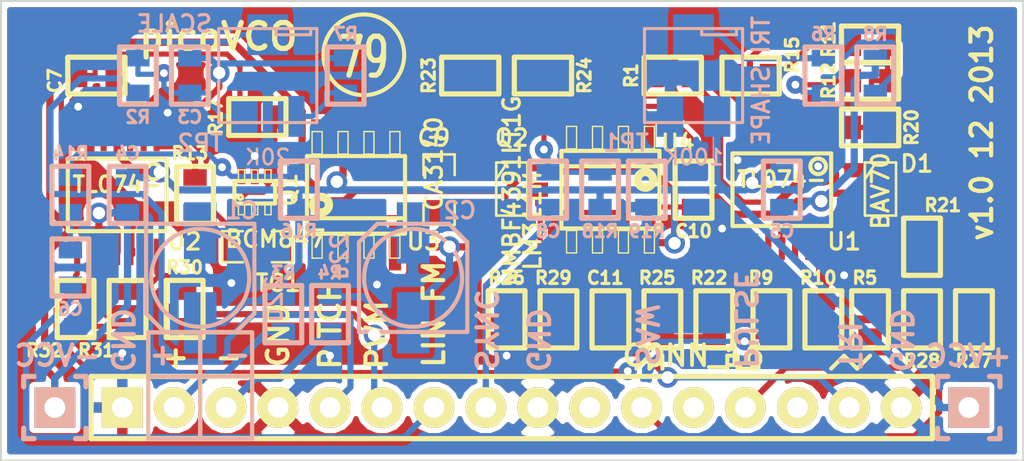
<source format=kicad_pcb>
(kicad_pcb (version 3) (host pcbnew "(2013-12-24 BZR 4575)-product")
  (layers (15 Front signal) (0 Back signal) (18 B.Paste user) (19 F.Paste user) (20 B.SilkS user) (21 F.SilkS user) (22 B.Mask user) (23 F.Mask user) (28 Edge.Cuts user))
  (net 0 "")
  (net 1 +15V)
  (net 2 +15V_PWR)
  (net 3 -15V)
  (net 4 -15V_PWR)
  (net 5 /RAMP)
  (net 6 /SCALE)
  (net 7 /TRI_SHAPE)
  (net 8 GND_PWR)
  (net 9 LINEAR_FM)
  (net 10 "Net-(C10-Pad1)")
  (net 11 "Net-(C10-Pad2)")
  (net 12 "Net-(C11-Pad1)")
  (net 13 "Net-(C3-Pad2)")
  (net 14 "Net-(C6-Pad1)")
  (net 15 "Net-(C7-Pad1)")
  (net 16 "Net-(C7-Pad2)")
  (net 17 "Net-(C8-Pad2)")
  (net 18 "Net-(C9-Pad1)")
  (net 19 "Net-(C9-Pad2)")
  (net 20 "Net-(D1-Pad1)")
  (net 21 "Net-(D1-Pad3)")
  (net 22 "Net-(JP1-Pad10)")
  (net 23 "Net-(JP1-Pad12)")
  (net 24 "Net-(JP1-Pad14)")
  (net 25 "Net-(Q1-Pad1)")
  (net 26 "Net-(Q1-Pad2)")
  (net 27 "Net-(R1-Pad2)")
  (net 28 "Net-(R10-Pad1)")
  (net 29 "Net-(R12-Pad2)")
  (net 30 "Net-(R30-Pad2)")
  (net 31 "Net-(R31-Pad2)")
  (net 32 "Net-(R7-Pad1)")
  (net 33 "Net-(U3-Pad1)")
  (net 34 "Net-(U3-Pad5)")
  (net 35 "Net-(U3-Pad8)")
  (net 36 "Net-(U4-Pad5)")
  (net 37 "Net-(U4-Pad6)")
  (net 38 PITCH_CV)
  (net 39 PULSE)
  (net 40 PULSE_1K)
  (net 41 PWM_CV)
  (net 42 PWM_SUM)
  (net 43 SAW)
  (net 44 SAW_1K)
  (net 45 SYNC)
  (net 46 TRI)
  (net 47 TRI_1K)
  (module 43A (layer Back) (at 134.874 120.65 180)
    (fp_text reference TP1 (at 3.302 -3.302 180) (layer B.SilkS) (effects (font (size 0.8128 0.8128) (thickness 0.1524)) (justify mirror)))
    (fp_text value 100K (at 0 -4.0005 180) (layer B.SilkS) (effects (font (size 0.762 0.762) (thickness 0.127)) (justify mirror)))
    (pad 2 smd rect (at 0 1.99898 180) (size 1.99898 1.99898) (layers Back B.Paste B.Mask) (net 7 /TRI_SHAPE))
    (pad 1 smd rect (at -1.15062 -1.99898 180) (size 1.30048 1.99898) (layers Back B.Paste B.Mask) (net 1 +15V))
    (pad 3 smd rect (at 1.15062 -1.99898 180) (size 1.30048 1.99898) (layers Back B.Paste B.Mask) (net 8 GND_PWR))
  )
  (module 43A (layer Back) (at 114.046 120.65 180)
    (fp_text reference TP2 (at 3.302 -3.302 180) (layer B.SilkS) (effects (font (size 0.8128 0.8128) (thickness 0.1524)) (justify mirror)))
    (fp_text value 20K (at 0 -4.0005 180) (layer B.SilkS) (effects (font (size 0.762 0.762) (thickness 0.127)) (justify mirror)))
    (pad 2 smd rect (at 0 1.99898 180) (size 1.99898 1.99898) (layers Back B.Paste B.Mask) (net 13 "Net-(C3-Pad2)"))
    (pad 1 smd rect (at -1.15062 -1.99898 180) (size 1.30048 1.99898) (layers Back B.Paste B.Mask) (net 32 "Net-(R7-Pad1)"))
    (pad 3 smd rect (at 1.15062 -1.99898 180) (size 1.30048 1.99898) (layers Back B.Paste B.Mask) (net 13 "Net-(C3-Pad2)"))
  )
  (module -SOT363_PHILIPS (layer Front) (at 113.411 126.365)
    (fp_text reference Q1 (at 1.651 -0.127 90) (layer F.SilkS) (effects (font (size 0.8128 0.8128) (thickness 0.1524))))
    (fp_text value BCM847 (at 1.016 2.286) (layer F.SilkS) (effects (font (size 0.8128 0.8128) (thickness 0.1524))))
    (pad 1 smd rect (at -0.6477 0.79756) (size 0.39878 0.79756) (layers Front F.Paste F.Mask) (net 25 "Net-(Q1-Pad1)"))
    (pad 2 smd rect (at 0 0.79756) (size 0.39878 0.79756) (layers Front F.Paste F.Mask) (net 26 "Net-(Q1-Pad2)"))
    (pad 3 smd rect (at 0.6477 0.79756) (size 0.39878 0.79756) (layers Front F.Paste F.Mask) (net 18 "Net-(C9-Pad1)"))
    (pad 4 smd rect (at 0.6477 -0.79756) (size 0.39878 0.79756) (layers Front F.Paste F.Mask) (net 25 "Net-(Q1-Pad1)"))
    (pad 5 smd rect (at 0 -0.79756) (size 0.39878 0.79756) (layers Front F.Paste F.Mask) (net 8 GND_PWR))
    (pad 6 smd rect (at -0.6477 -0.79756) (size 0.39878 0.79756) (layers Front F.Paste F.Mask) (net 15 "Net-(C7-Pad1)"))
  )
  (module SM0805-HAND (layer Front) (at 113.538 129.032 180)
    (fp_text reference TC1 (at -1.016 -1.778 360) (layer F.SilkS) (effects (font (size 0.8128 0.8128) (thickness 0.1524))))
    (fp_text value "1K 3300ppm/K" hide)
    (pad 1 smd rect (at -1.0795 0 180) (size 1.143 1.397) (layers Front F.Paste F.Mask) (net 8 GND_PWR))
    (pad 2 smd rect (at 1.0795 0 180) (size 1.143 1.397) (layers Front F.Paste F.Mask) (net 26 "Net-(Q1-Pad2)"))
  )
  (module SM0805-HAND (layer Front) (at 122.428 126.238 90)
    (fp_text reference C9 (at 2.54 -0.254 180) (layer F.SilkS) (effects (font (size 0.8128 0.8128) (thickness 0.1524))))
    (fp_text value "2.2n 1%" hide)
    (pad 1 smd rect (at -1.0795 0 90) (size 1.143 1.397) (layers Front F.Paste F.Mask) (net 18 "Net-(C9-Pad1)"))
    (pad 2 smd rect (at 1.0795 0 90) (size 1.143 1.397) (layers Front F.Paste F.Mask) (net 19 "Net-(C9-Pad2)"))
  )
  (module SOT23 (layer Front) (at 125.984 126.238 270)
    (fp_text reference Q2 (at -2.54 0 360) (layer F.SilkS) (effects (font (size 0.8128 0.8128) (thickness 0.1524))))
    (fp_text value MMBF4391LT1G (at 0.0635 0 270) (layer F.SilkS) (effects (font (size 0.8128 0.8128) (thickness 0.1524))))
    (pad 3 smd rect (at 0 -1.27 270) (size 0.70104 1.00076) (layers Front F.Paste F.Mask) (net 11 "Net-(C10-Pad2)"))
    (pad 2 smd rect (at 0.9525 1.27 270) (size 0.70104 1.00076) (layers Front F.Paste F.Mask) (net 18 "Net-(C9-Pad1)"))
    (pad 1 smd rect (at -0.9525 1.27 270) (size 0.70104 1.00076) (layers Front F.Paste F.Mask) (net 19 "Net-(C9-Pad2)"))
  )
  (module SOT23 (layer Front) (at 144.018 126.238 270)
    (fp_text reference D1 (at -1.27 -1.778 360) (layer F.SilkS) (effects (font (size 0.8128 0.8128) (thickness 0.1524))))
    (fp_text value BAV70 (at 0.0635 0 270) (layer F.SilkS) (effects (font (size 0.8128 0.8128) (thickness 0.1524))))
    (pad 3 smd rect (at 0 -1.27 270) (size 0.70104 1.00076) (layers Front F.Paste F.Mask) (net 21 "Net-(D1-Pad3)"))
    (pad 2 smd rect (at 0.9525 1.27 270) (size 0.70104 1.00076) (layers Front F.Paste F.Mask) (net 43 SAW))
    (pad 1 smd rect (at -0.9525 1.27 270) (size 0.70104 1.00076) (layers Front F.Paste F.Mask) (net 20 "Net-(D1-Pad1)"))
  )
  (module rcl-153CLV-0505 (layer Back) (at 121.158 130.556 90)
    (fp_text reference C2 (at 3.302 2.286 180) (layer B.SilkS) (effects (font (size 0.8128 0.8128) (thickness 0.1524)) (justify mirror)))
    (fp_text value 22u (at 1.03378 -3.59918 90) (layer B.SilkS) (effects (font (size 0.8128 0.8128) (thickness 0.1524)) (justify mirror)))
    (pad 1 smd rect (at 2.19964 0 90) (size 2.99974 1.59766) (layers Back B.Paste B.Mask) (net 8 GND_PWR))
    (pad 2 smd rect (at -2.19964 0 90) (size 2.99974 1.59766) (layers Back B.Paste B.Mask) (net 3 -15V))
  )
  (module rcl-153CLV-0505 (layer Back) (at 110.744 130.556 270)
    (fp_text reference C1 (at -3.302 -2.032 360) (layer B.SilkS) (effects (font (size 0.8128 0.8128) (thickness 0.1524)) (justify mirror)))
    (fp_text value 22u (at 1.03378 -3.59918 270) (layer B.SilkS) (effects (font (size 0.8128 0.8128) (thickness 0.1524)) (justify mirror)))
    (pad 1 smd rect (at 2.19964 0 270) (size 2.99974 1.59766) (layers Back B.Paste B.Mask) (net 1 +15V))
    (pad 2 smd rect (at -2.19964 0 270) (size 2.99974 1.59766) (layers Back B.Paste B.Mask) (net 8 GND_PWR))
  )
  (module SIL-1 (layer Back) (at 103.632 136.906)
    (fp_text reference JP3 hide)
    (fp_text value CONN_1 hide)
    (pad 1 thru_hole rect (at 0 0) (size 1.99898 1.99898) (drill 1.016) (layers *.Cu *.Mask B.SilkS) (net 3 -15V))
  )
  (module SIL-1 (layer Back) (at 148.336 136.906)
    (fp_text reference JP2 hide)
    (fp_text value CONN_1 hide)
    (pad 1 thru_hole rect (at 0 0) (size 1.99898 1.99898) (drill 1.016) (layers *.Cu *.Mask B.SilkS) (net 1 +15V))
  )
  (module SIL-16 (layer Front) (at 125.984 136.906)
    (fp_text reference JP1 hide)
    (fp_text value CONN_16 (at 8.89 -2.54) (layer F.SilkS) (effects (font (size 1.016 1.016) (thickness 0.1905))))
    (pad 1 thru_hole rect (at -19.05 0) (size 1.99898 1.99898) (drill 1.016) (layers *.Cu *.Mask F.SilkS) (net 8 GND_PWR))
    (pad 2 thru_hole circle (at -16.51 0) (size 1.99898 1.99898) (drill 1.016) (layers *.Cu *.Mask F.SilkS) (net 2 +15V_PWR))
    (pad 3 thru_hole circle (at -13.97 0) (size 1.99898 1.99898) (drill 1.016) (layers *.Cu *.Mask F.SilkS) (net 4 -15V_PWR))
    (pad 4 thru_hole circle (at -11.43 0) (size 1.99898 1.99898) (drill 1.016) (layers *.Cu *.Mask F.SilkS) (net 8 GND_PWR))
    (pad 5 thru_hole circle (at -8.89 0) (size 1.99898 1.99898) (drill 1.016) (layers *.Cu *.Mask F.SilkS) (net 38 PITCH_CV))
    (pad 6 thru_hole circle (at -6.35 0) (size 1.99898 1.99898) (drill 1.016) (layers *.Cu *.Mask F.SilkS) (net 41 PWM_CV))
    (pad 7 thru_hole circle (at -3.81 0) (size 1.99898 1.99898) (drill 1.016) (layers *.Cu *.Mask F.SilkS) (net 9 LINEAR_FM))
    (pad 8 thru_hole circle (at -1.27 0) (size 1.99898 1.99898) (drill 1.016) (layers *.Cu *.Mask F.SilkS) (net 45 SYNC))
    (pad 9 thru_hole circle (at 1.27 0) (size 1.99898 1.99898) (drill 1.016) (layers *.Cu *.Mask F.SilkS) (net 8 GND_PWR))
    (pad 10 thru_hole circle (at 3.81 0) (size 1.99898 1.99898) (drill 1.016) (layers *.Cu *.Mask F.SilkS) (net 22 "Net-(JP1-Pad10)"))
    (pad 11 thru_hole circle (at 6.35 0) (size 1.99898 1.99898) (drill 1.016) (layers *.Cu *.Mask F.SilkS) (net 44 SAW_1K))
    (pad 12 thru_hole circle (at 8.89 0) (size 1.99898 1.99898) (drill 1.016) (layers *.Cu *.Mask F.SilkS) (net 23 "Net-(JP1-Pad12)"))
    (pad 13 thru_hole circle (at 11.43 0) (size 1.99898 1.99898) (drill 1.016) (layers *.Cu *.Mask F.SilkS) (net 40 PULSE_1K))
    (pad 14 thru_hole circle (at 13.97 0) (size 1.99898 1.99898) (drill 1.016) (layers *.Cu *.Mask F.SilkS) (net 24 "Net-(JP1-Pad14)"))
    (pad 15 thru_hole circle (at 16.51 0) (size 1.99898 1.99898) (drill 1.016) (layers *.Cu *.Mask F.SilkS) (net 47 TRI_1K))
    (pad 16 thru_hole circle (at 19.05 0) (size 1.99898 1.99898) (drill 1.016) (layers *.Cu *.Mask F.SilkS) (net 8 GND_PWR))
  )
  (module TSSOP14 (layer Front) (at 139.192 126.238 180)
    (fp_text reference U1 (at -3.048 -2.54 180) (layer F.SilkS) (effects (font (size 0.8128 0.8128) (thickness 0.1524))))
    (fp_text value TL074- (at 0 0.508 180) (layer F.SilkS) (effects (font (size 0.762 0.762) (thickness 0.16002))))
    (pad 1 smd rect (at -1.9304 2.794 180) (size 0.29972 1.30048) (layers Front F.Paste F.Mask) (net 20 "Net-(D1-Pad1)"))
    (pad 2 smd rect (at -1.2954 2.794 180) (size 0.29972 1.30048) (layers Front F.Paste F.Mask) (net 27 "Net-(R1-Pad2)"))
    (pad 3 smd rect (at -0.635 2.794 180) (size 0.29972 1.30048) (layers Front F.Paste F.Mask) (net 8 GND_PWR))
    (pad 4 smd rect (at 0 2.794 180) (size 0.29972 1.30048) (layers Front F.Paste F.Mask) (net 1 +15V))
    (pad 5 smd rect (at 0.6604 2.794 180) (size 0.29972 1.30048) (layers Front F.Paste F.Mask) (net 8 GND_PWR))
    (pad 6 smd rect (at 1.3081 2.794 180) (size 0.29972 1.30048) (layers Front F.Paste F.Mask) (net 29 "Net-(R12-Pad2)"))
    (pad 7 smd rect (at 1.9558 2.794 180) (size 0.29972 1.30048) (layers Front F.Paste F.Mask) (net 43 SAW))
    (pad 8 smd rect (at 1.9558 -2.794 180) (size 0.29972 1.30048) (layers Front F.Paste F.Mask) (net 46 TRI))
    (pad 9 smd rect (at 1.3081 -2.794 180) (size 0.29972 1.30048) (layers Front F.Paste F.Mask) (net 12 "Net-(C11-Pad1)"))
    (pad 10 smd rect (at 0.6604 -2.794 180) (size 0.29972 1.30048) (layers Front F.Paste F.Mask) (net 8 GND_PWR))
    (pad 11 smd rect (at 0 -2.794 180) (size 0.29972 1.30048) (layers Front F.Paste F.Mask) (net 3 -15V))
    (pad 12 smd rect (at -0.6477 -2.794 180) (size 0.29972 1.30048) (layers Front F.Paste F.Mask) (net 28 "Net-(R10-Pad1)"))
    (pad 13 smd rect (at -1.2954 -2.794 180) (size 0.29972 1.30048) (layers Front F.Paste F.Mask) (net 43 SAW))
    (pad 14 smd rect (at -1.9431 -2.794 180) (size 0.29972 1.30048) (layers Front F.Paste F.Mask) (net 39 PULSE))
  )
  (module TSSOP14 (layer Front) (at 106.68 126.492 180)
    (fp_text reference U2 (at -3.302 -2.286 180) (layer F.SilkS) (effects (font (size 0.8128 0.8128) (thickness 0.1524))))
    (fp_text value TL074- (at 0 0.508 180) (layer F.SilkS) (effects (font (size 0.762 0.762) (thickness 0.16002))))
    (pad 1 smd rect (at -1.9304 2.794 180) (size 0.29972 1.30048) (layers Front F.Paste F.Mask) (net 6 /SCALE))
    (pad 2 smd rect (at -1.2954 2.794 180) (size 0.29972 1.30048) (layers Front F.Paste F.Mask) (net 13 "Net-(C3-Pad2)"))
    (pad 3 smd rect (at -0.635 2.794 180) (size 0.29972 1.30048) (layers Front F.Paste F.Mask) (net 8 GND_PWR))
    (pad 4 smd rect (at 0 2.794 180) (size 0.29972 1.30048) (layers Front F.Paste F.Mask) (net 1 +15V))
    (pad 5 smd rect (at 0.6604 2.794 180) (size 0.29972 1.30048) (layers Front F.Paste F.Mask) (net 8 GND_PWR))
    (pad 6 smd rect (at 1.3081 2.794 180) (size 0.29972 1.30048) (layers Front F.Paste F.Mask) (net 15 "Net-(C7-Pad1)"))
    (pad 7 smd rect (at 1.9558 2.794 180) (size 0.29972 1.30048) (layers Front F.Paste F.Mask) (net 16 "Net-(C7-Pad2)"))
    (pad 8 smd rect (at 1.9558 -2.794 180) (size 0.29972 1.30048) (layers Front F.Paste F.Mask) (net 42 PWM_SUM))
    (pad 9 smd rect (at 1.3081 -2.794 180) (size 0.29972 1.30048) (layers Front F.Paste F.Mask) (net 31 "Net-(R31-Pad2)"))
    (pad 10 smd rect (at 0.6604 -2.794 180) (size 0.29972 1.30048) (layers Front F.Paste F.Mask) (net 8 GND_PWR))
    (pad 11 smd rect (at 0 -2.794 180) (size 0.29972 1.30048) (layers Front F.Paste F.Mask) (net 3 -15V))
    (pad 12 smd rect (at -0.6477 -2.794 180) (size 0.29972 1.30048) (layers Front F.Paste F.Mask) (net 8 GND_PWR))
    (pad 13 smd rect (at -1.2954 -2.794 180) (size 0.29972 1.30048) (layers Front F.Paste F.Mask) (net 41 PWM_CV))
    (pad 14 smd rect (at -1.9431 -2.794 180) (size 0.29972 1.30048) (layers Front F.Paste F.Mask) (net 30 "Net-(R30-Pad2)"))
  )
  (module SOIC-8-JRL (layer Front) (at 130.81 126.238 180)
    (fp_text reference U4 (at -3.302 2.286 360) (layer F.SilkS) (effects (font (size 0.8128 0.8128) (thickness 0.1524))))
    (fp_text value LM311M (at 3.81 -1.524 270) (layer F.SilkS) (effects (font (size 0.8128 0.8128) (thickness 0.1524))))
    (pad 1 smd rect (at -1.905 2.59842 180) (size 0.59944 2.19964) (layers Front F.Paste F.Mask) (net 3 -15V))
    (pad 2 smd rect (at -0.635 2.59842 180) (size 0.59944 2.19964) (layers Front F.Paste F.Mask) (net 10 "Net-(C10-Pad1)"))
    (pad 3 smd rect (at 0.635 2.59842 180) (size 0.59944 2.19964) (layers Front F.Paste F.Mask) (net 17 "Net-(C8-Pad2)"))
    (pad 4 smd rect (at 1.905 2.59842 180) (size 0.59944 2.19964) (layers Front F.Paste F.Mask) (net 3 -15V))
    (pad 5 smd rect (at 1.905 -2.59842 180) (size 0.59944 2.19964) (layers Front F.Paste F.Mask) (net 36 "Net-(U4-Pad5)"))
    (pad 6 smd rect (at 0.635 -2.59842 180) (size 0.59944 2.19964) (layers Front F.Paste F.Mask) (net 37 "Net-(U4-Pad6)"))
    (pad 7 smd rect (at -0.635 -2.59842 180) (size 0.59944 2.19964) (layers Front F.Paste F.Mask) (net 11 "Net-(C10-Pad2)"))
    (pad 8 smd rect (at -1.905 -2.59842 180) (size 0.59944 2.19964) (layers Front F.Paste F.Mask) (net 1 +15V))
  )
  (module SOIC-8-JRL (layer Front) (at 118.364 126.492)
    (fp_text reference U3 (at 3.302 2.286) (layer F.SilkS) (effects (font (size 0.8128 0.8128) (thickness 0.1524))))
    (fp_text value CA3140 (at 3.81 -1.524 90) (layer F.SilkS) (effects (font (size 0.8128 0.8128) (thickness 0.1524))))
    (pad 1 smd rect (at -1.905 2.59842) (size 0.59944 2.19964) (layers Front F.Paste F.Mask) (net 33 "Net-(U3-Pad1)"))
    (pad 2 smd rect (at -0.635 2.59842) (size 0.59944 2.19964) (layers Front F.Paste F.Mask) (net 18 "Net-(C9-Pad1)"))
    (pad 3 smd rect (at 0.635 2.59842) (size 0.59944 2.19964) (layers Front F.Paste F.Mask) (net 8 GND_PWR))
    (pad 4 smd rect (at 1.905 2.59842) (size 0.59944 2.19964) (layers Front F.Paste F.Mask) (net 3 -15V))
    (pad 5 smd rect (at 1.905 -2.59842) (size 0.59944 2.19964) (layers Front F.Paste F.Mask) (net 34 "Net-(U3-Pad5)"))
    (pad 6 smd rect (at 0.635 -2.59842) (size 0.59944 2.19964) (layers Front F.Paste F.Mask) (net 5 /RAMP))
    (pad 7 smd rect (at -0.635 -2.59842) (size 0.59944 2.19964) (layers Front F.Paste F.Mask) (net 1 +15V))
    (pad 8 smd rect (at -1.905 -2.59842) (size 0.59944 2.19964) (layers Front F.Paste F.Mask) (net 35 "Net-(U3-Pad8)"))
  )
  (module SM0603-JRL (layer Front) (at 128.27 132.588 90)
    (fp_text reference R29 (at 2.032 -0.254 180) (layer F.SilkS) (effects (font (size 0.6096 0.6096) (thickness 0.1524))))
    (fp_text value 1K hide)
    (pad 1 smd rect (at -0.8509 0 90) (size 0.8128 1.143) (layers Front F.Paste F.Mask) (net 47 TRI_1K))
    (pad 2 smd rect (at 0.8509 0 90) (size 0.8128 1.143) (layers Front F.Paste F.Mask) (net 46 TRI))
  )
  (module SM0603-JRL (layer Front) (at 146.05 132.588 90)
    (fp_text reference R28 (at -2.032 0 180) (layer F.SilkS) (effects (font (size 0.6096 0.6096) (thickness 0.1524))))
    (fp_text value 1K hide)
    (pad 1 smd rect (at -0.8509 0 90) (size 0.8128 1.143) (layers Front F.Paste F.Mask) (net 40 PULSE_1K))
    (pad 2 smd rect (at 0.8509 0 90) (size 0.8128 1.143) (layers Front F.Paste F.Mask) (net 39 PULSE))
  )
  (module SM0603-JRL (layer Front) (at 148.59 132.588 90)
    (fp_text reference R27 (at -2.032 0 180) (layer F.SilkS) (effects (font (size 0.6096 0.6096) (thickness 0.1524))))
    (fp_text value 1K hide)
    (pad 1 smd rect (at -0.8509 0 90) (size 0.8128 1.143) (layers Front F.Paste F.Mask) (net 44 SAW_1K))
    (pad 2 smd rect (at 0.8509 0 90) (size 0.8128 1.143) (layers Front F.Paste F.Mask) (net 43 SAW))
  )
  (module SM0603-JRL (layer Front) (at 125.73 132.588 90)
    (fp_text reference R26 (at 2.032 0 180) (layer F.SilkS) (effects (font (size 0.6096 0.6096) (thickness 0.1524))))
    (fp_text value 3.3K hide)
    (pad 1 smd rect (at -0.8509 0 90) (size 0.8128 1.143) (layers Front F.Paste F.Mask) (net 8 GND_PWR))
    (pad 2 smd rect (at 0.8509 0 90) (size 0.8128 1.143) (layers Front F.Paste F.Mask) (net 11 "Net-(C10-Pad2)"))
  )
  (module SM0603-JRL (layer Front) (at 133.35 132.588 90)
    (fp_text reference R25 (at 2.032 -0.254 180) (layer F.SilkS) (effects (font (size 0.6096 0.6096) (thickness 0.1524))))
    (fp_text value 33K hide)
    (pad 1 smd rect (at -0.8509 0 90) (size 0.8128 1.143) (layers Front F.Paste F.Mask) (net 12 "Net-(C11-Pad1)"))
    (pad 2 smd rect (at 0.8509 0 90) (size 0.8128 1.143) (layers Front F.Paste F.Mask) (net 46 TRI))
  )
  (module SM0603-JRL (layer Front) (at 127.508 120.65 180)
    (fp_text reference R24 (at -2.032 0 270) (layer F.SilkS) (effects (font (size 0.6096 0.6096) (thickness 0.1524))))
    (fp_text value 15K hide)
    (pad 1 smd rect (at -0.8509 0 180) (size 0.8128 1.143) (layers Front F.Paste F.Mask) (net 10 "Net-(C10-Pad1)"))
    (pad 2 smd rect (at 0.8509 0 180) (size 0.8128 1.143) (layers Front F.Paste F.Mask) (net 5 /RAMP))
  )
  (module SM0603-JRL (layer Front) (at 123.952 120.65)
    (fp_text reference R23 (at -2.032 0 90) (layer F.SilkS) (effects (font (size 0.6096 0.6096) (thickness 0.1524))))
    (fp_text value 680 hide)
    (pad 1 smd rect (at -0.8509 0) (size 0.8128 1.143) (layers Front F.Paste F.Mask) (net 19 "Net-(C9-Pad2)"))
    (pad 2 smd rect (at 0.8509 0) (size 0.8128 1.143) (layers Front F.Paste F.Mask) (net 5 /RAMP))
  )
  (module SM0603-JRL (layer Front) (at 135.89 132.588 270)
    (fp_text reference R22 (at -2.032 0.254 360) (layer F.SilkS) (effects (font (size 0.6096 0.6096) (thickness 0.1524))))
    (fp_text value 56K hide)
    (pad 1 smd rect (at -0.8509 0 270) (size 0.8128 1.143) (layers Front F.Paste F.Mask) (net 3 -15V))
    (pad 2 smd rect (at 0.8509 0 270) (size 0.8128 1.143) (layers Front F.Paste F.Mask) (net 12 "Net-(C11-Pad1)"))
  )
  (module SM0603-JRL (layer Front) (at 146.05 129.032 270)
    (fp_text reference R21 (at -2.032 -1.016 360) (layer F.SilkS) (effects (font (size 0.6096 0.6096) (thickness 0.1524))))
    (fp_text value 15K hide)
    (pad 1 smd rect (at -0.8509 0 270) (size 0.8128 1.143) (layers Front F.Paste F.Mask) (net 21 "Net-(D1-Pad3)"))
    (pad 2 smd rect (at 0.8509 0 270) (size 0.8128 1.143) (layers Front F.Paste F.Mask) (net 12 "Net-(C11-Pad1)"))
  )
  (module SM0603-JRL (layer Front) (at 143.51 123.19 180)
    (fp_text reference R20 (at -2.032 0 450) (layer F.SilkS) (effects (font (size 0.6096 0.6096) (thickness 0.1524))))
    (fp_text value 15K hide)
    (pad 1 smd rect (at -0.8509 0 180) (size 0.8128 1.143) (layers Front F.Paste F.Mask) (net 3 -15V))
    (pad 2 smd rect (at 0.8509 0 180) (size 0.8128 1.143) (layers Front F.Paste F.Mask) (net 21 "Net-(D1-Pad3)"))
  )
  (module SM0603-JRL (layer Back) (at 132.588 126.238 90)
    (fp_text reference R19 (at -2.032 0 180) (layer B.SilkS) (effects (font (size 0.6096 0.6096) (thickness 0.1524)) (justify mirror)))
    (fp_text value 10K hide)
    (pad 1 smd rect (at -0.8509 0 90) (size 0.8128 1.143) (layers Back B.Paste B.Mask) (net 8 GND_PWR))
    (pad 2 smd rect (at 0.8509 0 90) (size 0.8128 1.143) (layers Back B.Paste B.Mask) (net 17 "Net-(C8-Pad2)"))
  )
  (module SM0603-JRL (layer Back) (at 130.302 126.238 270)
    (fp_text reference R18 (at 2.032 0 360) (layer B.SilkS) (effects (font (size 0.6096 0.6096) (thickness 0.1524)) (justify mirror)))
    (fp_text value 20K hide)
    (pad 1 smd rect (at -0.8509 0 270) (size 0.8128 1.143) (layers Back B.Paste B.Mask) (net 17 "Net-(C8-Pad2)"))
    (pad 2 smd rect (at 0.8509 0 270) (size 0.8128 1.143) (layers Back B.Paste B.Mask) (net 1 +15V))
  )
  (module SM0603-JRL (layer Front) (at 113.538 122.682)
    (fp_text reference R17 (at -2.032 0 90) (layer F.SilkS) (effects (font (size 0.6096 0.6096) (thickness 0.1524))))
    (fp_text value 10K hide)
    (pad 1 smd rect (at -0.8509 0) (size 0.8128 1.143) (layers Front F.Paste F.Mask) (net 16 "Net-(C7-Pad2)"))
    (pad 2 smd rect (at 0.8509 0) (size 0.8128 1.143) (layers Front F.Paste F.Mask) (net 25 "Net-(Q1-Pad1)"))
  )
  (module SM0603-JRL (layer Back) (at 115.57 126.238 270)
    (fp_text reference R16 (at 2.032 0 360) (layer B.SilkS) (effects (font (size 0.6096 0.6096) (thickness 0.1524)) (justify mirror)))
    (fp_text value 1.5M hide)
    (pad 1 smd rect (at -0.8509 0 270) (size 0.8128 1.143) (layers Back B.Paste B.Mask) (net 15 "Net-(C7-Pad1)"))
    (pad 2 smd rect (at 0.8509 0 270) (size 0.8128 1.143) (layers Back B.Paste B.Mask) (net 1 +15V))
  )
  (module SM0603-JRL (layer Front) (at 137.668 120.65 180)
    (fp_text reference R15 (at -2.032 1.016 270) (layer F.SilkS) (effects (font (size 0.6096 0.6096) (thickness 0.1524))))
    (fp_text value 56K hide)
    (pad 1 smd rect (at -0.8509 0 180) (size 0.8128 1.143) (layers Front F.Paste F.Mask) (net 29 "Net-(R12-Pad2)"))
    (pad 2 smd rect (at 0.8509 0 180) (size 0.8128 1.143) (layers Front F.Paste F.Mask) (net 43 SAW))
  )
  (module SM0603-JRL (layer Back) (at 104.394 126.492 90)
    (fp_text reference R14 (at 2.032 0 180) (layer B.SilkS) (effects (font (size 0.6096 0.6096) (thickness 0.1524)) (justify mirror)))
    (fp_text value 1M hide)
    (pad 1 smd rect (at -0.8509 0 90) (size 0.8128 1.143) (layers Back B.Paste B.Mask) (net 14 "Net-(C6-Pad1)"))
    (pad 2 smd rect (at 0.8509 0 90) (size 0.8128 1.143) (layers Back B.Paste B.Mask) (net 15 "Net-(C7-Pad1)"))
  )
  (module SM0603-JRL (layer Front) (at 110.49 126.492 270)
    (fp_text reference R13 (at -2.032 0.254 360) (layer F.SilkS) (effects (font (size 0.6096 0.6096) (thickness 0.1524))))
    (fp_text value 56K hide)
    (pad 1 smd rect (at -0.8509 0 270) (size 0.8128 1.143) (layers Front F.Paste F.Mask) (net 6 /SCALE))
    (pad 2 smd rect (at 0.8509 0 270) (size 0.8128 1.143) (layers Front F.Paste F.Mask) (net 26 "Net-(Q1-Pad2)"))
  )
  (module SM0603-JRL (layer Front) (at 143.51 119.126 180)
    (fp_text reference R12 (at 2.032 -1.778 270) (layer F.SilkS) (effects (font (size 0.6096 0.6096) (thickness 0.1524))))
    (fp_text value 56K hide)
    (pad 1 smd rect (at -0.8509 0 180) (size 0.8128 1.143) (layers Front F.Paste F.Mask) (net 20 "Net-(D1-Pad1)"))
    (pad 2 smd rect (at 0.8509 0 180) (size 0.8128 1.143) (layers Front F.Paste F.Mask) (net 29 "Net-(R12-Pad2)"))
  )
  (module SM0603-JRL (layer Front) (at 143.51 120.904)
    (fp_text reference R11 (at -2.032 -2.032 90) (layer F.SilkS) (effects (font (size 0.6096 0.6096) (thickness 0.1524))))
    (fp_text value 39K hide)
    (pad 1 smd rect (at -0.8509 0) (size 0.8128 1.143) (layers Front F.Paste F.Mask) (net 27 "Net-(R1-Pad2)"))
    (pad 2 smd rect (at 0.8509 0) (size 0.8128 1.143) (layers Front F.Paste F.Mask) (net 20 "Net-(D1-Pad1)"))
  )
  (module SM0603-JRL (layer Front) (at 141.224 132.588 90)
    (fp_text reference R10 (at 2.032 -0.254 180) (layer F.SilkS) (effects (font (size 0.6096 0.6096) (thickness 0.1524))))
    (fp_text value 56K hide)
    (pad 1 smd rect (at -0.8509 0 90) (size 0.8128 1.143) (layers Front F.Paste F.Mask) (net 28 "Net-(R10-Pad1)"))
    (pad 2 smd rect (at 0.8509 0 90) (size 0.8128 1.143) (layers Front F.Paste F.Mask) (net 8 GND_PWR))
  )
  (module SM0603-JRL (layer Front) (at 138.684 132.588 270)
    (fp_text reference R9 (at -2.032 0.508 360) (layer F.SilkS) (effects (font (size 0.6096 0.6096) (thickness 0.1524))))
    (fp_text value 10K hide)
    (pad 1 smd rect (at -0.8509 0 270) (size 0.8128 1.143) (layers Front F.Paste F.Mask) (net 28 "Net-(R10-Pad1)"))
    (pad 2 smd rect (at 0.8509 0 270) (size 0.8128 1.143) (layers Front F.Paste F.Mask) (net 42 PWM_SUM))
  )
  (module SM0603-JRL (layer Back) (at 143.764 120.65 270)
    (fp_text reference R8 (at -2.032 0 360) (layer B.SilkS) (effects (font (size 0.6096 0.6096) (thickness 0.1524)) (justify mirror)))
    (fp_text value 56K hide)
    (pad 1 smd rect (at -0.8509 0 270) (size 0.8128 1.143) (layers Back B.Paste B.Mask) (net 3 -15V))
    (pad 2 smd rect (at 0.8509 0 270) (size 0.8128 1.143) (layers Back B.Paste B.Mask) (net 27 "Net-(R1-Pad2)"))
  )
  (module SM0603-JRL (layer Back) (at 117.856 120.65 90)
    (fp_text reference R7 (at 2.032 0 180) (layer B.SilkS) (effects (font (size 0.6096 0.6096) (thickness 0.1524)) (justify mirror)))
    (fp_text value 91K hide)
    (pad 1 smd rect (at -0.8509 0 90) (size 0.8128 1.143) (layers Back B.Paste B.Mask) (net 32 "Net-(R7-Pad1)"))
    (pad 2 smd rect (at 0.8509 0 90) (size 0.8128 1.143) (layers Back B.Paste B.Mask) (net 6 /SCALE))
  )
  (module SM0603-JRL (layer Back) (at 141.224 120.65 270)
    (fp_text reference R6 (at -2.032 0 360) (layer B.SilkS) (effects (font (size 0.6096 0.6096) (thickness 0.1524)) (justify mirror)))
    (fp_text value 1M hide)
    (pad 1 smd rect (at -0.8509 0 270) (size 0.8128 1.143) (layers Back B.Paste B.Mask) (net 7 /TRI_SHAPE))
    (pad 2 smd rect (at 0.8509 0 270) (size 0.8128 1.143) (layers Back B.Paste B.Mask) (net 27 "Net-(R1-Pad2)"))
  )
  (module SM0603-JRL (layer Front) (at 143.51 132.588 270)
    (fp_text reference R5 (at -2.032 0.254 360) (layer F.SilkS) (effects (font (size 0.6096 0.6096) (thickness 0.1524))))
    (fp_text value 1M hide)
    (pad 1 smd rect (at -0.8509 0 270) (size 0.8128 1.143) (layers Front F.Paste F.Mask) (net 39 PULSE))
    (pad 2 smd rect (at 0.8509 0 270) (size 0.8128 1.143) (layers Front F.Paste F.Mask) (net 28 "Net-(R10-Pad1)"))
  )
  (module SM0603-JRL (layer Back) (at 117.094 132.334 90)
    (fp_text reference R4 (at 2.032 0 180) (layer B.SilkS) (effects (font (size 0.6096 0.6096) (thickness 0.1524)) (justify mirror)))
    (fp_text value 10 hide)
    (pad 1 smd rect (at -0.8509 0 90) (size 0.8128 1.143) (layers Back B.Paste B.Mask) (net 4 -15V_PWR))
    (pad 2 smd rect (at 0.8509 0 90) (size 0.8128 1.143) (layers Back B.Paste B.Mask) (net 3 -15V))
  )
  (module SM0603-JRL (layer Back) (at 114.808 132.334 90)
    (fp_text reference R3 (at 2.032 0 180) (layer B.SilkS) (effects (font (size 0.6096 0.6096) (thickness 0.1524)) (justify mirror)))
    (fp_text value 10 hide)
    (pad 1 smd rect (at -0.8509 0 90) (size 0.8128 1.143) (layers Back B.Paste B.Mask) (net 2 +15V_PWR))
    (pad 2 smd rect (at 0.8509 0 90) (size 0.8128 1.143) (layers Back B.Paste B.Mask) (net 1 +15V))
  )
  (module SM0603-JRL (layer Back) (at 107.696 120.65 90)
    (fp_text reference R2 (at -2.032 0 180) (layer B.SilkS) (effects (font (size 0.6096 0.6096) (thickness 0.1524)) (justify mirror)))
    (fp_text value 100K hide)
    (pad 1 smd rect (at -0.8509 0 90) (size 0.8128 1.143) (layers Back B.Paste B.Mask) (net 38 PITCH_CV))
    (pad 2 smd rect (at 0.8509 0 90) (size 0.8128 1.143) (layers Back B.Paste B.Mask) (net 13 "Net-(C3-Pad2)"))
  )
  (module SM0603-JRL (layer Front) (at 133.858 120.65)
    (fp_text reference R1 (at -2.032 0 90) (layer F.SilkS) (effects (font (size 0.6096 0.6096) (thickness 0.1524))))
    (fp_text value 10K hide)
    (pad 1 smd rect (at -0.8509 0) (size 0.8128 1.143) (layers Front F.Paste F.Mask) (net 5 /RAMP))
    (pad 2 smd rect (at 0.8509 0) (size 0.8128 1.143) (layers Front F.Paste F.Mask) (net 27 "Net-(R1-Pad2)"))
  )
  (module SM0603-JRL (layer Front) (at 130.81 132.588 90)
    (fp_text reference C11 (at 2.032 -0.254 180) (layer F.SilkS) (effects (font (size 0.6096 0.6096) (thickness 0.1524))))
    (fp_text value 100p hide)
    (pad 1 smd rect (at -0.8509 0 90) (size 0.8128 1.143) (layers Front F.Paste F.Mask) (net 12 "Net-(C11-Pad1)"))
    (pad 2 smd rect (at 0.8509 0 90) (size 0.8128 1.143) (layers Front F.Paste F.Mask) (net 46 TRI))
  )
  (module SM0603-JRL (layer Front) (at 134.874 126.238 270)
    (fp_text reference C10 (at 2.032 0 360) (layer F.SilkS) (effects (font (size 0.6096 0.6096) (thickness 0.1524))))
    (fp_text value 18p hide)
    (pad 1 smd rect (at -0.8509 0 270) (size 0.8128 1.143) (layers Front F.Paste F.Mask) (net 10 "Net-(C10-Pad1)"))
    (pad 2 smd rect (at 0.8509 0 270) (size 0.8128 1.143) (layers Front F.Paste F.Mask) (net 11 "Net-(C10-Pad2)"))
  )
  (module SM0603-JRL (layer Back) (at 127.762 126.238 90)
    (fp_text reference C8 (at -2.032 0 180) (layer B.SilkS) (effects (font (size 0.6096 0.6096) (thickness 0.1524)) (justify mirror)))
    (fp_text value 100p hide)
    (pad 1 smd rect (at -0.8509 0 90) (size 0.8128 1.143) (layers Back B.Paste B.Mask) (net 45 SYNC))
    (pad 2 smd rect (at 0.8509 0 90) (size 0.8128 1.143) (layers Back B.Paste B.Mask) (net 17 "Net-(C8-Pad2)"))
  )
  (module SM0603-JRL (layer Front) (at 105.664 120.65 180)
    (fp_text reference C7 (at 2.032 -0.254 270) (layer F.SilkS) (effects (font (size 0.6096 0.6096) (thickness 0.1524))))
    (fp_text value 100p hide)
    (pad 1 smd rect (at -0.8509 0 180) (size 0.8128 1.143) (layers Front F.Paste F.Mask) (net 15 "Net-(C7-Pad1)"))
    (pad 2 smd rect (at 0.8509 0 180) (size 0.8128 1.143) (layers Front F.Paste F.Mask) (net 16 "Net-(C7-Pad2)"))
  )
  (module SM0603-JRL (layer Back) (at 104.394 130.048 270)
    (fp_text reference C6 (at 2.032 0 360) (layer B.SilkS) (effects (font (size 0.6096 0.6096) (thickness 0.1524)) (justify mirror)))
    (fp_text value 2.2n hide)
    (pad 1 smd rect (at -0.8509 0 270) (size 0.8128 1.143) (layers Back B.Paste B.Mask) (net 14 "Net-(C6-Pad1)"))
    (pad 2 smd rect (at 0.8509 0 270) (size 0.8128 1.143) (layers Back B.Paste B.Mask) (net 9 LINEAR_FM))
  )
  (module SM0603-JRL (layer Back) (at 139.192 126.238 270)
    (fp_text reference C5 (at 2.032 0 360) (layer B.SilkS) (effects (font (size 0.6096 0.6096) (thickness 0.1524)) (justify mirror)))
    (fp_text value 100n hide)
    (pad 1 smd rect (at -0.8509 0 270) (size 0.8128 1.143) (layers Back B.Paste B.Mask) (net 1 +15V))
    (pad 2 smd rect (at 0.8509 0 270) (size 0.8128 1.143) (layers Back B.Paste B.Mask) (net 3 -15V))
  )
  (module SM0603-JRL (layer Back) (at 107.188 126.492 270)
    (fp_text reference C4 (at -2.032 0 360) (layer B.SilkS) (effects (font (size 0.6096 0.6096) (thickness 0.1524)) (justify mirror)))
    (fp_text value 100n hide)
    (pad 1 smd rect (at -0.8509 0 270) (size 0.8128 1.143) (layers Back B.Paste B.Mask) (net 1 +15V))
    (pad 2 smd rect (at 0.8509 0 270) (size 0.8128 1.143) (layers Back B.Paste B.Mask) (net 3 -15V))
  )
  (module SM0603-JRL (layer Back) (at 110.236 120.65 270)
    (fp_text reference C3 (at 2.032 0 360) (layer B.SilkS) (effects (font (size 0.6096 0.6096) (thickness 0.1524)) (justify mirror)))
    (fp_text value 100p hide)
    (pad 1 smd rect (at -0.8509 0 270) (size 0.8128 1.143) (layers Back B.Paste B.Mask) (net 6 /SCALE))
    (pad 2 smd rect (at 0.8509 0 270) (size 0.8128 1.143) (layers Back B.Paste B.Mask) (net 13 "Net-(C3-Pad2)"))
  )
  (module SM0603-JRL (layer Front) (at 104.648 132.08 90)
    (fp_text reference R32 (at -2.032 -1.524 180) (layer F.SilkS) (effects (font (size 0.6096 0.6096) (thickness 0.1524))))
    (fp_text value 100K hide)
    (pad 1 smd rect (at -0.8509 0 90) (size 0.8128 1.143) (layers Front F.Paste F.Mask) (net 31 "Net-(R31-Pad2)"))
    (pad 2 smd rect (at 0.8509 0 90) (size 0.8128 1.143) (layers Front F.Paste F.Mask) (net 42 PWM_SUM))
  )
  (module SM0603-JRL (layer Front) (at 107.188 132.08 270)
    (fp_text reference R31 (at 2.032 1.524 360) (layer F.SilkS) (effects (font (size 0.6096 0.6096) (thickness 0.1524))))
    (fp_text value 100K hide)
    (pad 1 smd rect (at -0.8509 0 270) (size 0.8128 1.143) (layers Front F.Paste F.Mask) (net 30 "Net-(R30-Pad2)"))
    (pad 2 smd rect (at 0.8509 0 270) (size 0.8128 1.143) (layers Front F.Paste F.Mask) (net 31 "Net-(R31-Pad2)"))
  )
  (module SM0603-JRL (layer Front) (at 109.982 132.08 90)
    (fp_text reference R30 (at 2.032 0 180) (layer F.SilkS) (effects (font (size 0.6096 0.6096) (thickness 0.1524))))
    (fp_text value 100K hide)
    (pad 1 smd rect (at -0.8509 0 90) (size 0.8128 1.143) (layers Front F.Paste F.Mask) (net 41 PWM_CV))
    (pad 2 smd rect (at 0.8509 0 90) (size 0.8128 1.143) (layers Front F.Paste F.Mask) (net 30 "Net-(R30-Pad2)"))
  )
  (gr_line (start 142.875 135.001) (end 143.51 134.366) (angle 90) (layer F.SilkS) (width 0.2))
  (gr_line (start 133.35 134.366) (end 133.35 135.001) (angle 90) (layer F.SilkS) (width 0.2))
  (gr_line (start 132.715 135.001) (end 133.35 134.366) (angle 90) (layer F.SilkS) (width 0.2))
  (gr_line (start 132.715 134.366) (end 132.715 135.001) (angle 90) (layer F.SilkS) (width 0.2))
  (gr_line (start 132.08 135.001) (end 132.715 134.366) (angle 90) (layer F.SilkS) (width 0.2))
  (gr_line (start 142.24 134.366) (end 142.875 135.001) (angle 90) (layer F.SilkS) (width 0.2))
  (gr_line (start 141.605 135.001) (end 142.24 134.366) (angle 90) (layer F.SilkS) (width 0.2))
  (gr_line (start 138.049 135.001) (end 138.049 134.366) (angle 90) (layer F.SilkS) (width 0.2))
  (gr_line (start 137.033 135.001) (end 138.049 135.001) (angle 90) (layer F.SilkS) (width 0.2))
  (gr_line (start 137.033 134.366) (end 137.033 135.001) (angle 90) (layer F.SilkS) (width 0.2))
  (gr_line (start 136.525 134.366) (end 137.033 134.366) (angle 90) (layer F.SilkS) (width 0.2))
  (gr_line (start 136.525 135.001) (end 136.525 134.366) (angle 90) (layer F.SilkS) (width 0.2))
  (gr_circle (center 118.745 119.634) (end 120.142 121.031) (layer F.SilkS) (width 0.2))
  (gr_text 79 (at 118.745 119.761) (layer F.SilkS) (effects (font (size 1.905 1.27) (thickness 0.254))))
  (gr_text "v1.0 12 2013" (at 148.971 123.444 90) (layer F.SilkS) (effects (font (size 1.016 1.016) (thickness 0.2032))))
  (gr_text picoVCO (at 111.633 118.745) (layer F.SilkS) (effects (font (size 1.27 1.27) (thickness 0.254))))
  (gr_line (start 110.744 138.43) (end 110.744 133.223) (angle 90) (layer F.SilkS) (width 0.2))
  (gr_line (start 108.204 138.43) (end 110.744 138.43) (angle 90) (layer F.SilkS) (width 0.2))
  (gr_line (start 108.204 133.223) (end 108.204 138.43) (angle 90) (layer F.SilkS) (width 0.2))
  (gr_line (start 113.284 133.223) (end 108.204 133.223) (angle 90) (layer F.SilkS) (width 0.2))
  (gr_line (start 113.284 138.43) (end 113.284 133.223) (angle 90) (layer F.SilkS) (width 0.2))
  (gr_line (start 110.744 138.43) (end 113.284 138.43) (angle 90) (layer F.SilkS) (width 0.2))
  (gr_line (start 108.204 133.223) (end 110.744 133.223) (angle 90) (layer B.SilkS) (width 0.2))
  (gr_line (start 108.204 135.382) (end 108.204 133.223) (angle 90) (layer B.SilkS) (width 0.2))
  (gr_line (start 113.284 133.223) (end 113.284 135.382) (angle 90) (layer B.SilkS) (width 0.2))
  (gr_line (start 110.744 133.223) (end 113.284 133.223) (angle 90) (layer B.SilkS) (width 0.2))
  (gr_line (start 110.744 138.43) (end 110.744 133.223) (angle 90) (layer B.SilkS) (width 0.2))
  (gr_line (start 108.204 135.382) (end 108.331 135.382) (angle 90) (layer B.SilkS) (width 0.2))
  (gr_line (start 108.204 138.43) (end 108.204 135.382) (angle 90) (layer B.SilkS) (width 0.2))
  (gr_line (start 113.284 138.43) (end 108.204 138.43) (angle 90) (layer B.SilkS) (width 0.2))
  (gr_line (start 113.284 138.303) (end 113.284 138.43) (angle 90) (layer B.SilkS) (width 0.2))
  (gr_line (start 113.284 135.382) (end 113.284 138.303) (angle 90) (layer B.SilkS) (width 0.2))
  (gr_line (start 108.331 135.382) (end 113.284 135.382) (angle 90) (layer B.SilkS) (width 0.2))
  (gr_text -VCC (at 103.759 134.366) (layer B.SilkS) (effects (font (size 1.016 1.016) (thickness 0.2032)) (justify mirror)))
  (gr_text GND (at 106.934 133.604 270) (layer B.SilkS) (effects (font (size 1.016 1.016) (thickness 0.2032)) (justify mirror)))
  (gr_text + (at 109.474 134.493 90) (layer F.SilkS) (effects (font (size 1.016 1.016) (thickness 0.2032))))
  (gr_text + (at 108.839 134.366 90) (layer B.SilkS) (effects (font (size 1.016 1.016) (thickness 0.2032)) (justify mirror)))
  (gr_text - (at 112.5474 134.4422 180) (layer B.SilkS) (effects (font (size 1.016 1.016) (thickness 0.2032)) (justify mirror)))
  (gr_text - (at 112.141 134.5692 180) (layer F.SilkS) (effects (font (size 1.016 1.016) (thickness 0.2032))))
  (gr_text GND (at 114.554 133.35 90) (layer F.SilkS) (effects (font (size 1.016 1.016) (thickness 0.2032))))
  (gr_text PITCH (at 117.094 132.842 90) (layer F.SilkS) (effects (font (size 1.016 1.016) (thickness 0.2032))))
  (gr_text PWM (at 119.38 133.35 90) (layer F.SilkS) (effects (font (size 1.016 1.016) (thickness 0.2032))))
  (gr_text "LIN FM" (at 122.174 132.334 90) (layer F.SilkS) (effects (font (size 1.016 1.016) (thickness 0.2032))))
  (gr_text SYNC (at 124.714 133.096 270) (layer B.SilkS) (effects (font (size 1.016 1.016) (thickness 0.2032)) (justify mirror)))
  (gr_text GND (at 127.254 133.604 270) (layer B.SilkS) (effects (font (size 1.016 1.016) (thickness 0.2032)) (justify mirror)))
  (gr_text SAW (at 132.588 133.35 270) (layer B.SilkS) (effects (font (size 1.016 1.016) (thickness 0.2032)) (justify mirror)))
  (gr_text PULSE (at 137.414 132.588 270) (layer B.SilkS) (effects (font (size 1.016 1.016) (thickness 0.2032)) (justify mirror)))
  (gr_text GND (at 145.034 133.604 270) (layer B.SilkS) (effects (font (size 1.016 1.016) (thickness 0.2032)) (justify mirror)))
  (gr_text TRI (at 142.494 133.858 270) (layer B.SilkS) (effects (font (size 1.016 1.016) (thickness 0.2032)) (justify mirror)))
  (gr_text +VCC (at 148.336 134.366) (layer B.SilkS) (effects (font (size 1.016 1.016) (thickness 0.2032)) (justify mirror)))
  (gr_text SCALE (at 109.474 118.11) (layer B.SilkS) (effects (font (size 0.8128 0.8128) (thickness 0.1524)) (justify mirror)))
  (gr_text "TRI SHAPE" (at 138.176 120.904 90) (layer B.SilkS) (effects (font (size 0.8128 0.8128) (thickness 0.1524)) (justify mirror)))
  (gr_line (start 101 139.5) (end 101 117) (angle 90) (layer Edge.Cuts) (width 0.1))
  (gr_line (start 151 139.5) (end 101 139.5) (angle 90) (layer Edge.Cuts) (width 0.1))
  (gr_line (start 151 117) (end 151 139.5) (angle 90) (layer Edge.Cuts) (width 0.1))
  (gr_line (start 151 117) (end 101 117) (angle 90) (layer Edge.Cuts) (width 0.1))
  (segment (start 119.389549 130.819549) (end 119.38 130.81) (width 0.254) (layer Back) (net 0))
  (segment (start 119.389549 130.882811) (end 119.389549 130.819549) (width 0.254) (layer Back) (net 0))
  (via (at 119.389549 130.882811) (size 0.889) (layers Front Back) (net 0))
  (segment (start 105.069878 122.468877) (end 104.775 122.173999) (width 0.254) (layer Back) (net 0))
  (segment (start 109.151155 122.468877) (end 105.069878 122.468877) (width 0.254) (layer Back) (net 0))
  (via (at 136.271 128.143) (size 0.889) (layers Front Back) (net 0))
  (segment (start 136.413241 128.000759) (end 136.271 128.143) (width 0.254) (layer Front) (net 0))
  (via (at 140.97 125.094999) (size 0.889) (layers Front Back) (net 0))
  (segment (start 137.026445 124.720554) (end 137.033 124.713999) (width 0.254) (layer Back) (net 0))
  (segment (start 137.026445 124.790169) (end 137.026445 124.720554) (width 0.254) (layer Back) (net 0))
  (via (at 137.026445 124.790169) (size 0.889) (layers Front Back) (net 0))
  (segment (start 109.151155 122.496845) (end 109.093 122.555) (width 0.254) (layer Back) (net 0))
  (segment (start 109.151155 122.468877) (end 109.151155 122.496845) (width 0.254) (layer Back) (net 0))
  (via (at 109.151155 122.468877) (size 0.889) (layers Front Back) (net 0))
  (via (at 104.775 122.173999) (size 0.889) (layers Front Back) (net 0))
  (via (at 137.7442 125.9078) (size 1.016) (layers Front Back) (net 1))
  (segment (start 137.7442 125.89764) (end 137.7442 125.9078) (width 0.3556) (layer Front) (net 1))
  (segment (start 139.192 124.44984) (end 137.7442 125.89764) (width 0.3556) (layer Front) (net 1))
  (segment (start 139.192 123.444) (end 139.192 124.44984) (width 0.3556) (layer Front) (net 1))
  (segment (start 137.7442 125.9078) (end 137.4016 126.2504) (width 0.3556) (layer Back) (net 1))
  (segment (start 138.2649 125.3871) (end 137.7442 125.9078) (width 0.3556) (layer Back) (net 1))
  (segment (start 137.4016 126.2504) (end 136.44795 126.2504) (width 0.3556) (layer Back) (net 1))
  (segment (start 139.192 125.3871) (end 138.2649 125.3871) (width 0.3556) (layer Back) (net 1))
  (segment (start 136.44795 126.27045) (end 137.106201 126.928701) (width 0.3556) (layer Back) (net 1))
  (segment (start 136.44795 126.2504) (end 136.44795 126.27045) (width 0.3556) (layer Back) (net 1))
  (segment (start 136.02462 125.82707) (end 136.44795 126.2504) (width 0.3556) (layer Back) (net 1))
  (segment (start 136.02462 125.08527) (end 136.02462 125.82707) (width 0.3556) (layer Back) (net 1))
  (segment (start 137.106201 126.928701) (end 137.2433 127.0658) (width 0.3556) (layer Back) (net 1))
  (segment (start 133.945 126.2504) (end 136.44795 126.2504) (width 0.3556) (layer Back) (net 1))
  (segment (start 114.808 130.683) (end 114.808 131.4831) (width 0.3556) (layer Back) (net 1))
  (segment (start 115.57 129.921) (end 114.808 130.683) (width 0.3556) (layer Back) (net 1))
  (segment (start 115.57 127.0889) (end 115.57 129.921) (width 0.3556) (layer Back) (net 1))
  (segment (start 111.89843 132.75564) (end 110.744 132.75564) (width 0.3556) (layer Back) (net 1))
  (segment (start 112.96777 131.6863) (end 111.89843 132.75564) (width 0.3556) (layer Back) (net 1))
  (segment (start 113.6777 131.6863) (end 112.96777 131.6863) (width 0.3556) (layer Back) (net 1))
  (segment (start 113.8809 131.4831) (end 113.6777 131.6863) (width 0.3556) (layer Back) (net 1))
  (segment (start 114.808 131.4831) (end 113.8809 131.4831) (width 0.3556) (layer Back) (net 1))
  (segment (start 136.02462 122.64898) (end 136.02462 125.08527) (width 0.3556) (layer Back) (net 1))
  (segment (start 106.68 124.479981) (end 106.68 123.698) (width 0.3556) (layer Front) (net 1))
  (segment (start 108.7672 125.3802) (end 107.580219 125.3802) (width 0.3556) (layer Front) (net 1))
  (segment (start 107.580219 125.3802) (end 106.68 124.479981) (width 0.3556) (layer Front) (net 1))
  (via (at 108.7672 125.3802) (size 1.016) (layers Front Back) (net 1))
  (via (at 117.4258 125.8453) (size 1.016) (layers Front Back) (net 1))
  (via (at 133.945 128.8576) (size 1.016) (layers Front Back) (net 1))
  (segment (start 115.57 127.0889) (end 115.57 126.2504) (width 0.3556) (layer Back) (net 1))
  (segment (start 107.188 125.6411) (end 108.5387 125.6411) (width 0.3556) (layer Back) (net 1))
  (segment (start 108.7672 125.3802) (end 108.7672 125.4126) (width 0.3556) (layer Back) (net 1))
  (segment (start 108.7672 125.4126) (end 108.5387 125.6411) (width 0.3556) (layer Back) (net 1))
  (segment (start 109.605 126.2504) (end 115.57 126.2504) (width 0.3556) (layer Back) (net 1))
  (segment (start 108.7672 125.4126) (end 109.605 126.2504) (width 0.3556) (layer Back) (net 1))
  (segment (start 130.302 127.0889) (end 130.302 126.2504) (width 0.3556) (layer Back) (net 1))
  (segment (start 117.729 125.5421) (end 117.4258 125.8453) (width 0.3556) (layer Front) (net 1))
  (segment (start 117.729 123.8936) (end 117.729 125.5421) (width 0.3556) (layer Front) (net 1))
  (segment (start 117.4258 126.2504) (end 117.4258 125.8453) (width 0.3556) (layer Back) (net 1))
  (segment (start 117.4258 126.2504) (end 115.57 126.2504) (width 0.3556) (layer Back) (net 1))
  (segment (start 130.302 126.2504) (end 117.4258 126.2504) (width 0.3556) (layer Back) (net 1))
  (segment (start 133.9238 128.8364) (end 133.945 128.8576) (width 0.3556) (layer Front) (net 1))
  (segment (start 132.715 128.8364) (end 133.9238 128.8364) (width 0.3556) (layer Front) (net 1))
  (segment (start 130.302 126.2504) (end 133.945 126.2504) (width 0.3556) (layer Back) (net 1))
  (segment (start 133.945 126.2504) (end 133.945 128.8576) (width 0.3556) (layer Back) (net 1))
  (segment (start 148.336 136.906) (end 146.9044 136.906) (width 0.3556) (layer Back) (net 1))
  (segment (start 146.9044 136.7269) (end 146.9044 136.906) (width 0.3556) (layer Back) (net 1))
  (segment (start 137.2433 127.0658) (end 146.9044 136.7269) (width 0.3556) (layer Back) (net 1))
  (segment (start 111.13349 135.24651) (end 109.474 136.906) (width 0.3556) (layer Back) (net 2))
  (segment (start 114.022998 133.1849) (end 111.961388 135.24651) (width 0.3556) (layer Back) (net 2))
  (segment (start 111.961388 135.24651) (end 111.13349 135.24651) (width 0.3556) (layer Back) (net 2))
  (segment (start 114.808 133.1849) (end 114.022998 133.1849) (width 0.3556) (layer Back) (net 2))
  (segment (start 118.73103 131.4831) (end 117.094 131.4831) (width 0.3556) (layer Back) (net 3))
  (segment (start 120.00357 132.75564) (end 118.73103 131.4831) (width 0.3556) (layer Back) (net 3))
  (segment (start 121.158 132.75564) (end 120.00357 132.75564) (width 0.3556) (layer Back) (net 3))
  (segment (start 122.936 130.2766) (end 122.936 129.032) (width 0.3556) (layer Back) (net 3))
  (segment (start 121.158 132.0546) (end 122.936 130.2766) (width 0.3556) (layer Back) (net 3))
  (segment (start 121.158 132.75564) (end 121.158 132.0546) (width 0.3556) (layer Back) (net 3))
  (segment (start 139.192 127.565) (end 139.068949 127.441949) (width 0.3556) (layer Front) (net 3))
  (segment (start 139.068949 127.441949) (end 136.843849 127.441949) (width 0.3556) (layer Front) (net 3))
  (segment (start 136.843849 127.441949) (end 135.6522 126.2503) (width 0.3556) (layer Front) (net 3))
  (segment (start 135.6522 126.2503) (end 133.7938 126.2503) (width 0.3556) (layer Front) (net 3))
  (segment (start 133.7938 126.2503) (end 132.715 125.1715) (width 0.3556) (layer Front) (net 3))
  (segment (start 106.54752 127.3429) (end 107.188 127.3429) (width 0.3556) (layer Back) (net 3))
  (segment (start 106.50942 127.381) (end 106.54752 127.3429) (width 0.3556) (layer Back) (net 3))
  (segment (start 105.791 127.381) (end 106.50942 127.381) (width 0.3556) (layer Back) (net 3))
  (segment (start 105.791 128.2037) (end 106.68 128.2037) (width 0.3556) (layer Front) (net 3))
  (segment (start 104.3834 128.2037) (end 105.791 128.2037) (width 0.3556) (layer Front) (net 3))
  (segment (start 105.791 128.2037) (end 105.791 127.381) (width 0.3556) (layer Front) (net 3))
  (via (at 105.791 127.381) (size 1.016) (layers Front Back) (net 3))
  (segment (start 103.390689 127.210989) (end 103.390689 120.477911) (width 0.3556) (layer Front) (net 3))
  (segment (start 117.8151 126.7854) (end 118.3238 126.2767) (width 0.3556) (layer Front) (net 3))
  (segment (start 117.0365 126.7854) (end 117.8151 126.7854) (width 0.3556) (layer Front) (net 3))
  (segment (start 115.7271 125.476) (end 117.0365 126.7854) (width 0.3556) (layer Front) (net 3))
  (segment (start 118.3238 126.2767) (end 125.5513 126.2767) (width 0.3556) (layer Front) (net 3))
  (segment (start 104.3834 128.2037) (end 103.390689 127.210989) (width 0.3556) (layer Front) (net 3))
  (segment (start 103.390689 120.477911) (end 104.851 119.0176) (width 0.3556) (layer Front) (net 3))
  (segment (start 104.851 119.0176) (end 112.3465 119.0176) (width 0.3556) (layer Front) (net 3))
  (segment (start 112.3465 119.0176) (end 115.7271 122.3982) (width 0.3556) (layer Front) (net 3))
  (segment (start 115.7271 122.3982) (end 115.7271 125.476) (width 0.3556) (layer Front) (net 3))
  (segment (start 125.5513 126.2767) (end 125.6466 126.372) (width 0.3556) (layer Front) (net 3))
  (via (at 122.936 129.032) (size 1.016) (layers Front Back) (net 3))
  (via (at 141.1199 126.8013) (size 1.016) (layers Front Back) (net 3))
  (segment (start 120.3049 129.0545) (end 120.269 129.0904) (width 0.3556) (layer Front) (net 3))
  (segment (start 122.936 129.032) (end 120.3049 129.0545) (width 0.3556) (layer Front) (net 3))
  (segment (start 139.192 127.0889) (end 140.1956 127.0889) (width 0.3556) (layer Back) (net 3))
  (segment (start 143.764 119.7991) (end 143.764 120.6376) (width 0.3556) (layer Back) (net 3))
  (segment (start 140.4832 126.8013) (end 140.1956 127.0889) (width 0.3556) (layer Back) (net 3))
  (segment (start 141.1199 126.8013) (end 140.4832 126.8013) (width 0.3556) (layer Back) (net 3))
  (segment (start 143.0303 120.6376) (end 143.764 120.6376) (width 0.3556) (layer Back) (net 3))
  (segment (start 142.7361 120.9318) (end 143.0303 120.6376) (width 0.3556) (layer Back) (net 3))
  (segment (start 142.7361 125.1851) (end 142.7361 120.9318) (width 0.3556) (layer Back) (net 3))
  (segment (start 141.1199 126.8013) (end 142.7361 125.1851) (width 0.3556) (layer Back) (net 3))
  (segment (start 103.632 136.906) (end 103.632 135.4744) (width 0.3556) (layer Front) (net 3))
  (segment (start 106.68 129.286) (end 106.68 128.2037) (width 0.3556) (layer Front) (net 3))
  (segment (start 103.1325 129.4546) (end 104.3834 128.2037) (width 0.3556) (layer Front) (net 3))
  (segment (start 103.1325 134.9749) (end 103.1325 129.4546) (width 0.3556) (layer Front) (net 3))
  (segment (start 103.632 135.4744) (end 103.1325 134.9749) (width 0.3556) (layer Front) (net 3))
  (segment (start 107.188 131.9184) (end 103.632 135.4744) (width 0.3556) (layer Back) (net 3))
  (segment (start 107.188 127.3429) (end 107.188 131.9184) (width 0.3556) (layer Back) (net 3))
  (segment (start 103.632 136.906) (end 103.632 135.4744) (width 0.3556) (layer Back) (net 3))
  (segment (start 139.192 129.032) (end 139.192 127.565) (width 0.3556) (layer Front) (net 3))
  (segment (start 141.5134 126.4078) (end 141.1199 126.8013) (width 0.3556) (layer Front) (net 3))
  (segment (start 143.1142 126.4078) (end 141.5134 126.4078) (width 0.3556) (layer Front) (net 3))
  (segment (start 144.3609 125.1611) (end 143.1142 126.4078) (width 0.3556) (layer Front) (net 3))
  (segment (start 144.3609 123.19) (end 144.3609 125.1611) (width 0.3556) (layer Front) (net 3))
  (segment (start 132.715 123.6396) (end 132.715 125.1715) (width 0.3556) (layer Front) (net 3))
  (segment (start 128.905 123.6396) (end 128.905 125.1715) (width 0.3556) (layer Front) (net 3))
  (segment (start 132.715 125.1715) (end 128.905 125.1715) (width 0.3556) (layer Front) (net 3))
  (segment (start 126.8471 125.1715) (end 128.905 125.1715) (width 0.3556) (layer Front) (net 3))
  (segment (start 125.6466 126.372) (end 126.8471 125.1715) (width 0.3556) (layer Front) (net 3))
  (segment (start 139.9557 126.8013) (end 139.192 127.565) (width 0.3556) (layer Front) (net 3))
  (segment (start 141.1199 126.8013) (end 139.9557 126.8013) (width 0.3556) (layer Front) (net 3))
  (segment (start 135.0514 132.5757) (end 135.89 131.7371) (width 0.3556) (layer Front) (net 3))
  (segment (start 124.9669 132.5757) (end 135.0514 132.5757) (width 0.3556) (layer Front) (net 3))
  (segment (start 124.333 131.9418) (end 124.9669 132.5757) (width 0.3556) (layer Front) (net 3))
  (segment (start 124.333 129.0545) (end 124.333 131.9418) (width 0.3556) (layer Front) (net 3))
  (segment (start 125.6466 127.7409) (end 124.333 129.0545) (width 0.3556) (layer Front) (net 3))
  (segment (start 125.6466 126.372) (end 125.6466 127.7409) (width 0.3556) (layer Front) (net 3))
  (segment (start 124.333 129.0545) (end 122.936 129.032) (width 0.3556) (layer Front) (net 3))
  (segment (start 116.9289 133.1849) (end 117.094 133.1849) (width 0.3556) (layer Back) (net 4))
  (segment (start 114.639091 135.474709) (end 116.9289 133.1849) (width 0.3556) (layer Back) (net 4))
  (segment (start 113.445291 135.474709) (end 114.639091 135.474709) (width 0.3556) (layer Back) (net 4))
  (segment (start 112.014 136.906) (end 113.445291 135.474709) (width 0.3556) (layer Back) (net 4))
  (segment (start 118.999 123.8936) (end 118.999 122.3871) (width 0.3048) (layer Front) (net 5))
  (segment (start 124.8029 120.65) (end 126.6571 120.65) (width 0.3048) (layer Front) (net 5))
  (segment (start 121.7144 119.6717) (end 118.999 122.3871) (width 0.3048) (layer Front) (net 5))
  (segment (start 123.723 119.6717) (end 121.7144 119.6717) (width 0.3048) (layer Front) (net 5))
  (segment (start 123.9898 119.9385) (end 123.723 119.6717) (width 0.3048) (layer Front) (net 5))
  (segment (start 123.9898 120.65) (end 123.9898 119.9385) (width 0.3048) (layer Front) (net 5))
  (segment (start 124.8029 120.65) (end 123.9898 120.65) (width 0.3048) (layer Front) (net 5))
  (segment (start 127.4702 119.9385) (end 127.4702 120.65) (width 0.3048) (layer Front) (net 5))
  (segment (start 127.737 119.6717) (end 127.4702 119.9385) (width 0.3048) (layer Front) (net 5))
  (segment (start 131.2157 119.6717) (end 127.737 119.6717) (width 0.3048) (layer Front) (net 5))
  (segment (start 132.194 120.65) (end 131.2157 119.6717) (width 0.3048) (layer Front) (net 5))
  (segment (start 133.0071 120.65) (end 132.194 120.65) (width 0.3048) (layer Front) (net 5))
  (segment (start 126.6571 120.65) (end 127.4702 120.65) (width 0.3048) (layer Front) (net 5))
  (segment (start 109.20982 123.698) (end 111.6729 121.23492) (width 0.3048) (layer Front) (net 6))
  (segment (start 108.6104 123.698) (end 109.20982 123.698) (width 0.3048) (layer Front) (net 6))
  (segment (start 111.6729 121.23492) (end 111.6729 120.5165) (width 0.3048) (layer Front) (net 6))
  (via (at 111.6729 120.5165) (size 1.016) (layers Front Back) (net 6))
  (segment (start 110.236 119.7991) (end 111.2142 119.7991) (width 0.3048) (layer Back) (net 6))
  (segment (start 117.856 119.7991) (end 116.8778 119.7991) (width 0.3048) (layer Back) (net 6))
  (segment (start 108.6104 123.698) (end 108.6104 124.1117) (width 0.3048) (layer Front) (net 6))
  (segment (start 110.49 125.6411) (end 110.49 124.828) (width 0.3048) (layer Front) (net 6))
  (segment (start 109.7737 124.1117) (end 110.49 124.828) (width 0.3048) (layer Front) (net 6))
  (segment (start 108.6104 124.1117) (end 109.7737 124.1117) (width 0.3048) (layer Front) (net 6))
  (segment (start 111.6729 120.0573) (end 111.6729 120.5165) (width 0.3048) (layer Back) (net 6))
  (segment (start 116.6196 120.0573) (end 111.6729 120.0573) (width 0.3048) (layer Back) (net 6))
  (segment (start 116.8778 119.7991) (end 116.6196 120.0573) (width 0.3048) (layer Back) (net 6))
  (segment (start 111.4724 120.0573) (end 111.2142 119.7991) (width 0.3048) (layer Back) (net 6))
  (segment (start 111.6729 120.0573) (end 111.4724 120.0573) (width 0.3048) (layer Back) (net 6))
  (segment (start 137.32637 119.7991) (end 141.224 119.7991) (width 0.3048) (layer Back) (net 7))
  (segment (start 136.17829 118.65102) (end 137.32637 119.7991) (width 0.3048) (layer Back) (net 7))
  (segment (start 134.874 118.65102) (end 136.17829 118.65102) (width 0.3048) (layer Back) (net 7))
  (segment (start 121.158 128.35636) (end 122.295918 128.35636) (width 0.254) (layer Back) (net 8))
  (segment (start 122.295918 128.35636) (end 122.509279 128.142999) (width 0.254) (layer Back) (net 8))
  (segment (start 122.509279 128.142999) (end 123.86677 128.142999) (width 0.254) (layer Back) (net 8))
  (segment (start 123.86677 128.142999) (end 123.876622 128.152851) (width 0.254) (layer Back) (net 8))
  (segment (start 114.554 136.906) (end 117.094 134.366) (width 0.254) (layer Back) (net 8))
  (via (at 117.094 134.366) (size 0.889) (layers Front Back) (net 8))
  (segment (start 110.744 128.35636) (end 110.744 130.11023) (width 0.254) (layer Back) (net 8))
  (segment (start 110.744 130.11023) (end 111.443769 130.809999) (width 0.254) (layer Back) (net 8))
  (segment (start 111.443769 130.809999) (end 112.268 130.809999) (width 0.254) (layer Back) (net 8))
  (via (at 112.268 130.809999) (size 0.889) (layers Front Back) (net 8))
  (segment (start 106.934 136.906) (end 106.934 134.239) (width 0.254) (layer Back) (net 8))
  (via (at 106.934 134.239) (size 0.889) (layers Front Back) (net 8))
  (segment (start 141.224 131.7371) (end 141.224 131.0767) (width 0.254) (layer Front) (net 8))
  (segment (start 141.224 131.0767) (end 141.871701 130.428999) (width 0.254) (layer Front) (net 8))
  (segment (start 141.871701 130.428999) (end 142.24 130.428999) (width 0.254) (layer Front) (net 8))
  (via (at 142.24 130.428999) (size 0.889) (layers Front Back) (net 8))
  (via (at 125.73 134.366) (size 0.889) (layers Front Back) (net 8))
  (segment (start 125.73 133.4389) (end 125.73 134.366) (width 0.254) (layer Front) (net 8))
  (segment (start 113.411 125.56744) (end 113.411 124.587) (width 0.254) (layer Front) (net 8))
  (via (at 113.411 124.587) (size 0.889) (layers Front Back) (net 8))
  (segment (start 106.0196 123.2458) (end 106.0196 123.698) (width 0.254) (layer Front) (net 8))
  (segment (start 120.7142 138.3658) (end 122.174 136.906) (width 0.3048) (layer Back) (net 9))
  (segment (start 102.4431 138.3658) (end 120.7142 138.3658) (width 0.3048) (layer Back) (net 9))
  (segment (start 102.2257 138.1484) (end 102.4431 138.3658) (width 0.3048) (layer Back) (net 9))
  (segment (start 102.2257 133.8803) (end 102.2257 138.1484) (width 0.3048) (layer Back) (net 9))
  (segment (start 104.394 131.712) (end 102.2257 133.8803) (width 0.3048) (layer Back) (net 9))
  (segment (start 104.394 130.8989) (end 104.394 131.712) (width 0.3048) (layer Back) (net 9))
  (segment (start 133.1895 122.1585) (end 131.445 122.1585) (width 0.254) (layer Front) (net 10))
  (segment (start 134.874 123.843) (end 133.1895 122.1585) (width 0.254) (layer Front) (net 10))
  (segment (start 134.874 125.3871) (end 134.874 123.843) (width 0.254) (layer Front) (net 10))
  (segment (start 131.445 123.6396) (end 131.445 122.1585) (width 0.254) (layer Front) (net 10))
  (segment (start 129.9365 120.65) (end 131.445 122.1585) (width 0.254) (layer Front) (net 10))
  (segment (start 128.3589 120.65) (end 129.9365 120.65) (width 0.254) (layer Front) (net 10))
  (segment (start 127.254 126.238) (end 127.254 126.9698) (width 0.254) (layer Front) (net 11))
  (segment (start 125.73 131.7371) (end 125.73 130.9494) (width 0.254) (layer Front) (net 11))
  (segment (start 131.7114 127.0889) (end 131.445 127.3553) (width 0.254) (layer Front) (net 11))
  (segment (start 134.874 127.0889) (end 131.7114 127.0889) (width 0.254) (layer Front) (net 11))
  (segment (start 131.445 128.8364) (end 131.445 127.3553) (width 0.254) (layer Front) (net 11))
  (segment (start 127.3731 127.3553) (end 131.445 127.3553) (width 0.254) (layer Front) (net 11))
  (segment (start 127.3731 129.3063) (end 127.3731 127.3553) (width 0.254) (layer Front) (net 11))
  (segment (start 125.73 130.9494) (end 127.3731 129.3063) (width 0.254) (layer Front) (net 11))
  (segment (start 127.3731 127.0889) (end 127.254 126.9698) (width 0.254) (layer Front) (net 11))
  (segment (start 127.3731 127.3553) (end 127.3731 127.0889) (width 0.254) (layer Front) (net 11))
  (segment (start 130.81 133.4389) (end 133.35 133.4389) (width 0.254) (layer Front) (net 12))
  (segment (start 133.35 133.4389) (end 135.89 133.4389) (width 0.254) (layer Front) (net 12))
  (segment (start 135.89 133.4389) (end 135.89 132.6512) (width 0.254) (layer Front) (net 12))
  (segment (start 146.05 129.8829) (end 146.05 130.6706) (width 0.254) (layer Front) (net 12))
  (segment (start 146.5423 130.6706) (end 146.05 130.6706) (width 0.254) (layer Front) (net 12))
  (segment (start 147.0029 131.1312) (end 146.5423 130.6706) (width 0.254) (layer Front) (net 12))
  (segment (start 147.0029 132.3062) (end 147.0029 131.1312) (width 0.254) (layer Front) (net 12))
  (segment (start 146.658 132.6511) (end 147.0029 132.3062) (width 0.254) (layer Front) (net 12))
  (segment (start 145.312 132.6511) (end 146.658 132.6511) (width 0.254) (layer Front) (net 12))
  (segment (start 144.4629 133.5002) (end 145.312 132.6511) (width 0.254) (layer Front) (net 12))
  (segment (start 144.4629 134.0031) (end 144.4629 133.5002) (width 0.254) (layer Front) (net 12))
  (segment (start 144.2394 134.2266) (end 144.4629 134.0031) (width 0.254) (layer Front) (net 12))
  (segment (start 140.4188 134.2266) (end 144.2394 134.2266) (width 0.254) (layer Front) (net 12))
  (segment (start 140.2065 134.0143) (end 140.4188 134.2266) (width 0.254) (layer Front) (net 12))
  (segment (start 140.2065 133.3771) (end 140.2065 134.0143) (width 0.254) (layer Front) (net 12))
  (segment (start 139.3543 132.5249) (end 140.2065 133.3771) (width 0.254) (layer Front) (net 12))
  (segment (start 137.0653 132.5249) (end 139.3543 132.5249) (width 0.254) (layer Front) (net 12))
  (segment (start 136.8429 132.3025) (end 137.0653 132.5249) (width 0.254) (layer Front) (net 12))
  (segment (start 136.4942 132.6512) (end 136.8429 132.3025) (width 0.254) (layer Front) (net 12))
  (segment (start 135.89 132.6512) (end 136.4942 132.6512) (width 0.254) (layer Front) (net 12))
  (via (at 108.966 120.5321) (size 0.889) (layers Front Back) (net 13))
  (segment (start 111.1888 121.9739) (end 111.8639 122.649) (width 0.254) (layer Back) (net 13))
  (segment (start 111.1888 121.5009) (end 111.1888 121.9739) (width 0.254) (layer Back) (net 13))
  (segment (start 112.8954 122.649) (end 111.8639 122.649) (width 0.254) (layer Back) (net 13))
  (segment (start 110.7124 121.5009) (end 111.1888 121.5009) (width 0.254) (layer Back) (net 13))
  (segment (start 110.7124 121.5009) (end 110.236 121.5009) (width 0.254) (layer Back) (net 13))
  (segment (start 110.236 121.5009) (end 109.2832 121.5009) (width 0.254) (layer Back) (net 13))
  (segment (start 112.3048 119.0114) (end 112.6652 118.651) (width 0.254) (layer Back) (net 13))
  (segment (start 107.696 119.0114) (end 112.3048 119.0114) (width 0.254) (layer Back) (net 13))
  (segment (start 107.696 119.7991) (end 107.696 119.0114) (width 0.254) (layer Back) (net 13))
  (segment (start 114.046 118.651) (end 112.6652 118.651) (width 0.254) (layer Back) (net 13))
  (segment (start 107.696 119.7991) (end 107.696 120.5868) (width 0.254) (layer Back) (net 13))
  (segment (start 108.966 121.1837) (end 108.966 120.5868) (width 0.254) (layer Back) (net 13))
  (segment (start 109.2832 121.5009) (end 108.966 121.1837) (width 0.254) (layer Back) (net 13))
  (segment (start 108.966 120.5868) (end 108.966 120.5321) (width 0.254) (layer Back) (net 13))
  (segment (start 108.966 120.5868) (end 107.696 120.5868) (width 0.254) (layer Back) (net 13))
  (segment (start 104.394 129.1971) (end 104.394 127.3429) (width 0.254) (layer Back) (net 14))
  (segment (start 112.746541 125.584199) (end 112.7633 125.56744) (width 0.254) (layer Front) (net 15))
  (segment (start 112.255299 125.584199) (end 112.746541 125.584199) (width 0.254) (layer Front) (net 15))
  (segment (start 111.8108 125.1397) (end 112.255299 125.584199) (width 0.254) (layer Front) (net 15))
  (segment (start 111.8108 125.1397) (end 112.255299 125.584199) (width 0.254) (layer Back) (net 15))
  (segment (start 112.255299 125.584199) (end 115.372901 125.584199) (width 0.254) (layer Back) (net 15))
  (segment (start 115.372901 125.584199) (end 115.57 125.3871) (width 0.254) (layer Back) (net 15))
  (via (at 111.8108 125.1397) (size 0.889) (layers Front Back) (net 15))
  (segment (start 104.394 125.6411) (end 104.394 124.8534) (width 0.254) (layer Back) (net 15))
  (segment (start 104.7565 124.4909) (end 104.394 124.8534) (width 0.254) (layer Back) (net 15))
  (segment (start 111.162 124.4909) (end 104.7565 124.4909) (width 0.254) (layer Back) (net 15))
  (segment (start 111.8108 125.1397) (end 111.162 124.4909) (width 0.254) (layer Back) (net 15))
  (segment (start 103.949499 121.678701) (end 103.949499 123.327159) (width 0.254) (layer Front) (net 16))
  (segment (start 104.8131 120.65) (end 104.8131 120.8151) (width 0.254) (layer Front) (net 16))
  (segment (start 104.8131 120.8151) (end 103.949499 121.678701) (width 0.254) (layer Front) (net 16))
  (segment (start 103.949499 123.327159) (end 104.32034 123.698) (width 0.254) (layer Front) (net 16))
  (segment (start 104.32034 123.698) (end 104.7242 123.698) (width 0.254) (layer Front) (net 16))
  (segment (start 112.6871 120.2315) (end 112.6871 122.682) (width 0.254) (layer Front) (net 16))
  (segment (start 112.0528 119.5972) (end 112.6871 120.2315) (width 0.254) (layer Front) (net 16))
  (segment (start 106.0505 119.5972) (end 112.0528 119.5972) (width 0.254) (layer Front) (net 16))
  (segment (start 105.6008 120.0469) (end 106.0505 119.5972) (width 0.254) (layer Front) (net 16))
  (segment (start 105.6008 120.65) (end 105.6008 120.0469) (width 0.254) (layer Front) (net 16))
  (segment (start 104.8131 120.65) (end 105.6008 120.65) (width 0.254) (layer Front) (net 16))
  (via (at 127.5569 124.2733) (size 0.889) (layers Front Back) (net 17))
  (segment (start 130.302 125.3871) (end 132.588 125.3871) (width 0.254) (layer Back) (net 17))
  (segment (start 130.302 125.3871) (end 127.762 125.3871) (width 0.254) (layer Back) (net 17))
  (segment (start 128.4324 122.1585) (end 130.175 122.1585) (width 0.254) (layer Front) (net 17))
  (segment (start 127.5569 123.034) (end 128.4324 122.1585) (width 0.254) (layer Front) (net 17))
  (segment (start 127.5569 124.2733) (end 127.5569 123.034) (width 0.254) (layer Front) (net 17))
  (segment (start 130.175 123.6396) (end 130.175 122.1585) (width 0.254) (layer Front) (net 17))
  (segment (start 127.762 124.4784) (end 127.5569 124.2733) (width 0.254) (layer Back) (net 17))
  (segment (start 127.762 125.3871) (end 127.762 124.4784) (width 0.254) (layer Back) (net 17))
  (segment (start 123.6348 127.1905) (end 123.5078 127.3175) (width 0.254) (layer Front) (net 18))
  (segment (start 124.714 127.1905) (end 123.6348 127.1905) (width 0.254) (layer Front) (net 18))
  (segment (start 122.428 127.3175) (end 123.5078 127.3175) (width 0.254) (layer Front) (net 18))
  (segment (start 121.0564 127.6093) (end 121.3482 127.3175) (width 0.254) (layer Front) (net 18))
  (segment (start 118.999 127.6093) (end 121.0564 127.6093) (width 0.254) (layer Front) (net 18))
  (segment (start 122.428 127.3175) (end 121.3482 127.3175) (width 0.254) (layer Front) (net 18))
  (segment (start 114.6394 127.9427) (end 114.0587 127.9427) (width 0.254) (layer Front) (net 18))
  (segment (start 114.9728 127.6093) (end 114.6394 127.9427) (width 0.254) (layer Front) (net 18))
  (segment (start 118.999 127.6093) (end 114.9728 127.6093) (width 0.254) (layer Front) (net 18))
  (segment (start 114.0587 127.1626) (end 114.0587 127.9427) (width 0.254) (layer Front) (net 18))
  (segment (start 123.1011 120.65) (end 123.1011 124.7775) (width 0.254) (layer Front) (net 19))
  (segment (start 123.3243 124.7775) (end 123.1011 124.7775) (width 0.254) (layer Front) (net 19))
  (segment (start 123.8323 125.2855) (end 123.3243 124.7775) (width 0.254) (layer Front) (net 19))
  (segment (start 122.809 124.7775) (end 122.428 125.1585) (width 0.254) (layer Front) (net 19))
  (segment (start 123.1011 124.7775) (end 122.809 124.7775) (width 0.254) (layer Front) (net 19))
  (segment (start 124.714 125.2855) (end 123.8323 125.2855) (width 0.254) (layer Front) (net 19))
  (segment (start 144.3609 119.126) (end 144.3609 120.904) (width 0.254) (layer Front) (net 20))
  (segment (start 141.1224 123.444) (end 141.1224 123.94438) (width 0.254) (layer Front) (net 20))
  (segment (start 141.1224 123.94438) (end 142.46352 125.2855) (width 0.254) (layer Front) (net 20))
  (segment (start 142.46352 125.2855) (end 142.748 125.2855) (width 0.254) (layer Front) (net 20))
  (segment (start 141.1224 123.444) (end 141.1224 122.4125) (width 0.254) (layer Front) (net 20))
  (segment (start 141.4929 122.042) (end 141.1224 122.4125) (width 0.254) (layer Front) (net 20))
  (segment (start 143.0382 122.042) (end 141.4929 122.042) (width 0.254) (layer Front) (net 20))
  (segment (start 143.5732 121.507) (end 143.0382 122.042) (width 0.254) (layer Front) (net 20))
  (segment (start 143.5732 120.904) (end 143.5732 121.507) (width 0.254) (layer Front) (net 20))
  (segment (start 144.3609 120.904) (end 143.5732 120.904) (width 0.254) (layer Front) (net 20))
  (segment (start 142.6591 123.19) (end 143.4468 123.19) (width 0.254) (layer Front) (net 21))
  (segment (start 145.288 122.5748) (end 145.288 126.238) (width 0.254) (layer Front) (net 21))
  (segment (start 144.9425 122.2293) (end 145.288 122.5748) (width 0.254) (layer Front) (net 21))
  (segment (start 143.8044 122.2293) (end 144.9425 122.2293) (width 0.254) (layer Front) (net 21))
  (segment (start 143.4468 122.5869) (end 143.8044 122.2293) (width 0.254) (layer Front) (net 21))
  (segment (start 143.4468 123.19) (end 143.4468 122.5869) (width 0.254) (layer Front) (net 21))
  (segment (start 145.7116 127.3934) (end 146.05 127.3934) (width 0.254) (layer Front) (net 21))
  (segment (start 145.288 126.9698) (end 145.7116 127.3934) (width 0.254) (layer Front) (net 21))
  (segment (start 145.288 126.238) (end 145.288 126.9698) (width 0.254) (layer Front) (net 21))
  (segment (start 146.05 128.1811) (end 146.05 127.3934) (width 0.254) (layer Front) (net 21))
  (segment (start 114.3889 125.5281) (end 114.3889 122.682) (width 0.254) (layer Front) (net 25))
  (segment (start 114.059 125.858) (end 114.3889 125.5281) (width 0.254) (layer Front) (net 25))
  (segment (start 112.763 127.163) (end 112.763 126.8975) (width 0.254) (layer Front) (net 25))
  (segment (start 112.7633 126.8978) (end 112.7633 127.1626) (width 0.254) (layer Front) (net 25))
  (segment (start 112.763 126.8975) (end 112.7633 126.8978) (width 0.254) (layer Front) (net 25))
  (segment (start 114.059 126.149) (end 114.059 125.858) (width 0.254) (layer Front) (net 25))
  (segment (start 113.843 126.365) (end 114.059 126.149) (width 0.254) (layer Front) (net 25))
  (segment (start 113.03 126.365) (end 113.843 126.365) (width 0.254) (layer Front) (net 25))
  (segment (start 112.763 126.632) (end 113.03 126.365) (width 0.254) (layer Front) (net 25))
  (segment (start 112.763 126.8975) (end 112.763 126.632) (width 0.254) (layer Front) (net 25))
  (segment (start 114.0587 125.8577) (end 114.0587 125.5674) (width 0.254) (layer Front) (net 25))
  (segment (start 114.059 125.858) (end 114.0587 125.8577) (width 0.254) (layer Front) (net 25))
  (segment (start 113.4015 127.9522) (end 113.411 127.9427) (width 0.254) (layer Front) (net 26))
  (segment (start 112.4585 127.9522) (end 113.4015 127.9522) (width 0.254) (layer Front) (net 26))
  (segment (start 112.4585 129.032) (end 112.4585 127.9522) (width 0.254) (layer Front) (net 26))
  (segment (start 113.411 127.1626) (end 113.411 127.9427) (width 0.254) (layer Front) (net 26))
  (segment (start 112.0521 127.9522) (end 112.4585 127.9522) (width 0.254) (layer Front) (net 26))
  (segment (start 111.4428 127.3429) (end 112.0521 127.9522) (width 0.254) (layer Front) (net 26))
  (segment (start 110.49 127.3429) (end 111.4428 127.3429) (width 0.254) (layer Front) (net 26))
  (segment (start 137.293095 126.847601) (end 138.195305 126.847601) (width 0.254) (layer Front) (net 27))
  (segment (start 136.200944 125.75545) (end 137.293095 126.847601) (width 0.254) (layer Front) (net 27))
  (segment (start 134.7089 120.65) (end 134.7089 120.8151) (width 0.254) (layer Front) (net 27))
  (segment (start 136.200944 122.307144) (end 136.200944 125.75545) (width 0.254) (layer Front) (net 27))
  (segment (start 134.7089 120.8151) (end 136.200944 122.307144) (width 0.254) (layer Front) (net 27))
  (segment (start 134.7089 120.65) (end 134.7089 120.8151) (width 0.254) (layer Front) (net 27))
  (via (at 139.8556 121.0991) (size 0.889) (layers Front Back) (net 27))
  (segment (start 144.7324 120.5325) (end 143.764 121.5009) (width 0.254) (layer Back) (net 27))
  (segment (start 144.7324 119.1768) (end 144.7324 120.5325) (width 0.254) (layer Back) (net 27))
  (segment (start 144.5669 119.0113) (end 144.7324 119.1768) (width 0.254) (layer Back) (net 27))
  (segment (start 143.0187 119.0113) (end 144.5669 119.0113) (width 0.254) (layer Back) (net 27))
  (segment (start 142.1769 119.8531) (end 143.0187 119.0113) (width 0.254) (layer Back) (net 27))
  (segment (start 142.1769 120.3679) (end 142.1769 119.8531) (width 0.254) (layer Back) (net 27))
  (segment (start 141.8316 120.7132) (end 142.1769 120.3679) (width 0.254) (layer Back) (net 27))
  (segment (start 141.224 120.7132) (end 141.8316 120.7132) (width 0.254) (layer Back) (net 27))
  (segment (start 141.224 121.5009) (end 141.224 121.4755) (width 0.254) (layer Back) (net 27))
  (segment (start 141.224 121.4755) (end 141.224 120.7132) (width 0.254) (layer Back) (net 27))
  (segment (start 142.6591 120.904) (end 141.8714 120.904) (width 0.254) (layer Front) (net 27))
  (segment (start 140.232 121.4755) (end 139.8556 121.0991) (width 0.254) (layer Back) (net 27))
  (segment (start 141.224 121.4755) (end 140.232 121.4755) (width 0.254) (layer Back) (net 27))
  (segment (start 141.6763 121.0991) (end 139.8556 121.0991) (width 0.254) (layer Front) (net 27))
  (segment (start 141.8714 120.904) (end 141.6763 121.0991) (width 0.254) (layer Front) (net 27))
  (segment (start 139.827 121.1277) (end 139.8556 121.0991) (width 0.254) (layer Front) (net 27))
  (segment (start 138.684 131.7371) (end 139.6728 131.7371) (width 0.254) (layer Front) (net 28))
  (segment (start 143.51 133.4389) (end 141.224 133.4389) (width 0.254) (layer Front) (net 28))
  (segment (start 140.5869 132.6512) (end 139.6728 131.7371) (width 0.254) (layer Front) (net 28))
  (segment (start 141.224 132.6512) (end 140.5869 132.6512) (width 0.254) (layer Front) (net 28))
  (segment (start 141.224 133.4389) (end 141.224 132.6512) (width 0.254) (layer Front) (net 28))
  (segment (start 140.606958 119.126) (end 142.6591 119.126) (width 0.254) (layer Front) (net 29))
  (segment (start 139.082958 120.65) (end 140.606958 119.126) (width 0.254) (layer Front) (net 29))
  (segment (start 138.5189 120.65) (end 139.082958 120.65) (width 0.254) (layer Front) (net 29))
  (segment (start 109.982 131.2291) (end 109.982 130.4414) (width 0.254) (layer Front) (net 30))
  (segment (start 108.6231 129.286) (end 108.6231 130.3175) (width 0.254) (layer Front) (net 30))
  (segment (start 108.1408 131.0476) (end 108.747 130.4414) (width 0.254) (layer Front) (net 30))
  (segment (start 108.1408 131.2291) (end 108.1408 131.0476) (width 0.254) (layer Front) (net 30))
  (segment (start 109.982 130.4414) (end 108.747 130.4414) (width 0.254) (layer Front) (net 30))
  (segment (start 108.747 130.4414) (end 108.6231 130.3175) (width 0.254) (layer Front) (net 30))
  (segment (start 107.188 131.2291) (end 108.1408 131.2291) (width 0.254) (layer Front) (net 30))
  (segment (start 104.648 132.9309) (end 105.6449 132.9309) (width 0.254) (layer Front) (net 31))
  (segment (start 105.6449 132.9309) (end 107.188 132.9309) (width 0.254) (layer Front) (net 31))
  (segment (start 116.9032 121.9739) (end 116.2281 122.649) (width 0.254) (layer Back) (net 32))
  (segment (start 116.9032 121.5009) (end 116.9032 121.9739) (width 0.254) (layer Back) (net 32))
  (segment (start 115.1966 122.649) (end 116.2281 122.649) (width 0.254) (layer Back) (net 32))
  (segment (start 117.856 121.5009) (end 116.9032 121.5009) (width 0.254) (layer Back) (net 32))
  (segment (start 118.093489 135.906511) (end 117.094 136.906) (width 0.3048) (layer Back) (net 38))
  (segment (start 118.093489 132.444489) (end 118.093489 135.906511) (width 0.3048) (layer Back) (net 38))
  (segment (start 118.021099 132.372099) (end 118.093489 132.444489) (width 0.3048) (layer Back) (net 38))
  (segment (start 113.3032 132.3698) (end 117.7648 132.3698) (width 0.3048) (layer Back) (net 38))
  (segment (start 117.7648 132.3698) (end 117.767099 132.372099) (width 0.3048) (layer Back) (net 38))
  (segment (start 117.767099 132.372099) (end 118.021099 132.372099) (width 0.3048) (layer Back) (net 38))
  (segment (start 109.7334 134.6623) (end 111.7194 134.6623) (width 0.3048) (layer Back) (net 38))
  (segment (start 107.5309 121.5009) (end 106.8197 120.7897) (width 0.3048) (layer Back) (net 38))
  (segment (start 111.7194 134.6623) (end 112.064791 134.316909) (width 0.3048) (layer Back) (net 38))
  (segment (start 108.8533 133.7822) (end 109.7334 134.6623) (width 0.3048) (layer Back) (net 38))
  (segment (start 106.8197 120.7897) (end 104.899965 120.7897) (width 0.3048) (layer Back) (net 38))
  (segment (start 108.8533 127.3865) (end 108.8533 133.7822) (width 0.3048) (layer Back) (net 38))
  (segment (start 107.9211 126.4543) (end 108.8533 127.3865) (width 0.3048) (layer Back) (net 38))
  (segment (start 103.5934 126.4543) (end 107.9211 126.4543) (width 0.3048) (layer Back) (net 38))
  (segment (start 103.4157 126.2766) (end 103.5934 126.4543) (width 0.3048) (layer Back) (net 38))
  (segment (start 112.064791 133.608209) (end 113.3032 132.3698) (width 0.3048) (layer Back) (net 38))
  (segment (start 103.4157 122.273965) (end 103.4157 126.2766) (width 0.3048) (layer Back) (net 38))
  (segment (start 104.899965 120.7897) (end 103.4157 122.273965) (width 0.3048) (layer Back) (net 38))
  (segment (start 112.064791 134.316909) (end 112.064791 133.608209) (width 0.3048) (layer Back) (net 38))
  (segment (start 107.696 121.5009) (end 107.5309 121.5009) (width 0.3048) (layer Back) (net 38))
  (segment (start 143.51 131.7371) (end 143.51 130.477257) (width 0.3048) (layer Front) (net 39))
  (segment (start 143.51 130.477257) (end 142.064743 129.032) (width 0.3048) (layer Front) (net 39))
  (segment (start 142.064743 129.032) (end 141.1351 129.032) (width 0.3048) (layer Front) (net 39))
  (segment (start 146.05 131.7371) (end 143.51 131.7371) (width 0.3048) (layer Front) (net 39))
  (segment (start 139.3705 134.9495) (end 137.414 136.906) (width 0.3048) (layer Front) (net 40))
  (segment (start 145.3525 134.9495) (end 139.3705 134.9495) (width 0.3048) (layer Front) (net 40))
  (segment (start 146.05 134.252) (end 145.3525 134.9495) (width 0.3048) (layer Front) (net 40))
  (segment (start 146.05 133.4389) (end 146.05 134.252) (width 0.3048) (layer Front) (net 40))
  (segment (start 119.253 136.525) (end 119.634 136.906) (width 0.3048) (layer Back) (net 41))
  (segment (start 119.253 133.35) (end 119.253 136.525) (width 0.3048) (layer Back) (net 41))
  (segment (start 111.4552 132.334) (end 118.237 132.334) (width 0.3048) (layer Front) (net 41))
  (segment (start 118.237 132.334) (end 119.253 133.35) (width 0.3048) (layer Front) (net 41))
  (via (at 119.253 133.35) (size 1.016) (layers Front Back) (net 41))
  (segment (start 109.982 132.9309) (end 110.8583 132.9309) (width 0.3048) (layer Front) (net 41))
  (segment (start 110.8583 132.9309) (end 111.4552 132.334) (width 0.3048) (layer Front) (net 41))
  (segment (start 130.956282 135.191501) (end 131.026783 135.121) (width 0.254) (layer Front) (net 42))
  (segment (start 104.648 131.1333) (end 103.6951 132.0862) (width 0.254) (layer Front) (net 42))
  (segment (start 103.6951 132.0862) (end 103.6951 133.5147) (width 0.254) (layer Front) (net 42))
  (segment (start 103.6951 133.5147) (end 105.371901 135.191501) (width 0.254) (layer Front) (net 42))
  (segment (start 105.371901 135.191501) (end 130.956282 135.191501) (width 0.254) (layer Front) (net 42))
  (segment (start 131.026783 135.121) (end 131.6554 135.121) (width 0.254) (layer Front) (net 42))
  (via (at 131.6554 135.121) (size 0.889) (layers Front Back) (net 42))
  (via (at 137.3733 133.6624) (size 0.889) (layers Front Back) (net 42))
  (segment (start 104.648 131.0321) (end 104.648 131.0376) (width 0.254) (layer Front) (net 42))
  (segment (start 104.648 131.0321) (end 104.648 130.4414) (width 0.254) (layer Front) (net 42))
  (segment (start 104.7242 130.3652) (end 104.7242 129.286) (width 0.254) (layer Front) (net 42))
  (segment (start 104.648 130.4414) (end 104.7242 130.3652) (width 0.254) (layer Front) (net 42))
  (segment (start 104.648 131.2291) (end 104.648 131.1333) (width 0.254) (layer Front) (net 42))
  (segment (start 104.648 131.1333) (end 104.648 131.0376) (width 0.254) (layer Front) (net 42))
  (segment (start 133.114 133.6624) (end 137.3733 133.6624) (width 0.254) (layer Back) (net 42))
  (segment (start 131.6554 135.121) (end 133.114 133.6624) (width 0.254) (layer Back) (net 42))
  (segment (start 137.5077 133.6624) (end 137.7312 133.4389) (width 0.254) (layer Front) (net 42))
  (segment (start 137.3733 133.6624) (end 137.5077 133.6624) (width 0.254) (layer Front) (net 42))
  (segment (start 138.684 133.4389) (end 137.7312 133.4389) (width 0.254) (layer Front) (net 42))
  (segment (start 145.462099 118.148099) (end 147.0542 119.7402) (width 0.3048) (layer Front) (net 43))
  (segment (start 139.311379 118.148099) (end 145.462099 118.148099) (width 0.3048) (layer Front) (net 43))
  (segment (start 137.6302 119.829278) (end 139.311379 118.148099) (width 0.3048) (layer Front) (net 43))
  (segment (start 137.6302 120.65) (end 137.6302 119.829278) (width 0.3048) (layer Front) (net 43))
  (segment (start 136.8171 120.65) (end 137.6302 120.65) (width 0.3048) (layer Front) (net 43))
  (segment (start 147.0542 128.9943) (end 147.0542 119.7402) (width 0.3048) (layer Front) (net 43))
  (segment (start 148.59 131.7371) (end 148.59 130.924) (width 0.3048) (layer Front) (net 43))
  (segment (start 142.748 127.1905) (end 142.748 127.831) (width 0.3048) (layer Front) (net 43))
  (segment (start 142.748 127.831) (end 142.748 127.9477) (width 0.3048) (layer Front) (net 43))
  (segment (start 137.2362 122.0473) (end 137.2362 123.444) (width 0.3048) (layer Front) (net 43))
  (segment (start 136.8171 121.6282) (end 137.2362 122.0473) (width 0.3048) (layer Front) (net 43))
  (segment (start 136.8171 120.65) (end 136.8171 121.6282) (width 0.3048) (layer Front) (net 43))
  (segment (start 143.7946 128.9943) (end 142.748 127.9477) (width 0.3048) (layer Front) (net 43))
  (segment (start 147.0542 128.9943) (end 143.7946 128.9943) (width 0.3048) (layer Front) (net 43))
  (segment (start 147.0542 129.3882) (end 147.0542 128.9943) (width 0.3048) (layer Front) (net 43))
  (segment (start 148.59 130.924) (end 147.0542 129.3882) (width 0.3048) (layer Front) (net 43))
  (segment (start 133.741 138.313) (end 132.334 136.906) (width 0.3048) (layer Front) (net 44))
  (segment (start 145.6948 138.313) (end 133.741 138.313) (width 0.3048) (layer Front) (net 44))
  (segment (start 146.8828 137.125) (end 145.6948 138.313) (width 0.3048) (layer Front) (net 44))
  (segment (start 146.8828 135.7559) (end 146.8828 137.125) (width 0.3048) (layer Front) (net 44))
  (segment (start 148.3867 134.252) (end 146.8828 135.7559) (width 0.3048) (layer Front) (net 44))
  (segment (start 148.59 134.252) (end 148.3867 134.252) (width 0.3048) (layer Front) (net 44))
  (segment (start 148.59 133.4389) (end 148.59 134.252) (width 0.3048) (layer Front) (net 44))
  (segment (start 124.714 130.95) (end 124.714 136.906) (width 0.3048) (layer Back) (net 45))
  (segment (start 127.762 127.902) (end 124.714 130.95) (width 0.3048) (layer Back) (net 45))
  (segment (start 127.762 127.0889) (end 127.762 127.902) (width 0.3048) (layer Back) (net 45))
  (segment (start 130.81 131.7371) (end 128.27 131.7371) (width 0.3048) (layer Front) (net 46))
  (segment (start 137.2362 129.032) (end 137.2362 130.0889) (width 0.3048) (layer Front) (net 46))
  (segment (start 130.81 131.7371) (end 133.35 131.7371) (width 0.3048) (layer Front) (net 46))
  (segment (start 136.4011 130.924) (end 137.2362 130.0889) (width 0.3048) (layer Front) (net 46))
  (segment (start 133.35 130.924) (end 136.4011 130.924) (width 0.3048) (layer Front) (net 46))
  (segment (start 133.35 131.7371) (end 133.35 130.924) (width 0.3048) (layer Front) (net 46))
  (via (at 133.6041 135.4296) (size 1.016) (layers Front Back) (net 47))
  (segment (start 132.4265 134.252) (end 133.6041 135.4296) (width 0.3048) (layer Front) (net 47))
  (segment (start 128.27 134.252) (end 132.4265 134.252) (width 0.3048) (layer Front) (net 47))
  (segment (start 141.0176 135.4296) (end 142.494 136.906) (width 0.3048) (layer Back) (net 47))
  (segment (start 133.6041 135.4296) (end 141.0176 135.4296) (width 0.3048) (layer Back) (net 47))
  (segment (start 128.27 133.4389) (end 128.27 134.252) (width 0.3048) (layer Front) (net 47))
  (zone (net 8) (net_name GND_PWR) (layer Back) (connect_pads (clearance 0.254)) (min_thickness 0.254) (fill (arc_segments 16) (thermal_gap 0.508) (thermal_bridge_width 0.508))
    (polygon (pts (xy 151 139.5) (xy 101 139.5) (xy 101 117) (xy 151 117)))
  )
  (zone (net 8) (net_name GND_PWR) (layer Front) (connect_pads (clearance 0.254)) (min_thickness 0.254) (fill (arc_segments 16) (thermal_gap 0.508) (thermal_bridge_width 0.508))
    (polygon (pts (xy 151 139.5) (xy 101 139.5) (xy 101 117) (xy 151 117)))
  )
)
</source>
